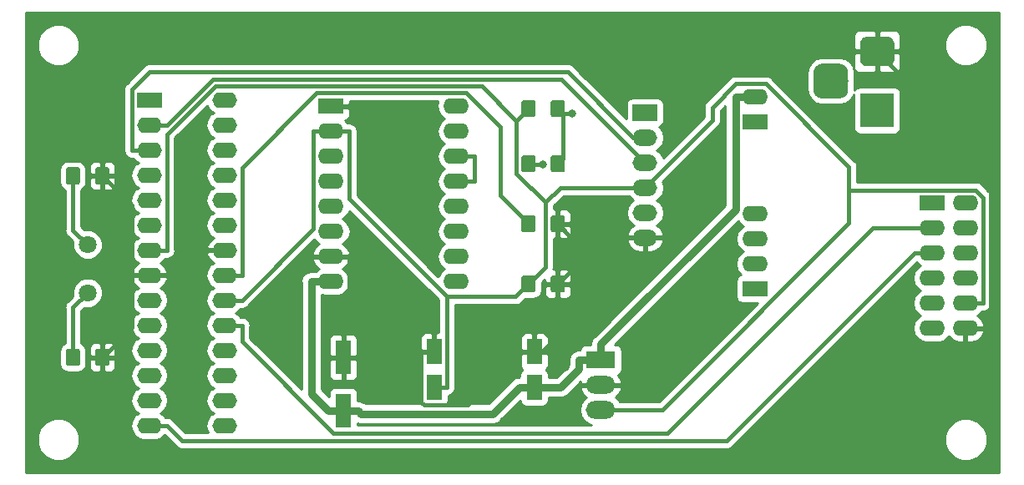
<source format=gbr>
G04 #@! TF.GenerationSoftware,KiCad,Pcbnew,(5.0.1)-rc2*
G04 #@! TF.CreationDate,2020-08-26T14:01:22+08:00*
G04 #@! TF.ProjectId,Peristaltic Pump PCB,506572697374616C7469632050756D70,rev?*
G04 #@! TF.SameCoordinates,PX2ebae40PY9d5b340*
G04 #@! TF.FileFunction,Copper,L1,Top,Signal*
G04 #@! TF.FilePolarity,Positive*
%FSLAX46Y46*%
G04 Gerber Fmt 4.6, Leading zero omitted, Abs format (unit mm)*
G04 Created by KiCad (PCBNEW (5.0.1)-rc2) date 08/26/20 14:01:22*
%MOMM*%
%LPD*%
G01*
G04 APERTURE LIST*
G04 #@! TA.AperFunction,SMDPad,CuDef*
%ADD10R,1.600000X2.600000*%
G04 #@! TD*
G04 #@! TA.AperFunction,Conductor*
%ADD11C,0.100000*%
G04 #@! TD*
G04 #@! TA.AperFunction,SMDPad,CuDef*
%ADD12C,1.425000*%
G04 #@! TD*
G04 #@! TA.AperFunction,ComponentPad*
%ADD13C,1.800000*%
G04 #@! TD*
G04 #@! TA.AperFunction,ComponentPad*
%ADD14R,2.500000X1.700000*%
G04 #@! TD*
G04 #@! TA.AperFunction,ComponentPad*
%ADD15O,2.500000X1.700000*%
G04 #@! TD*
G04 #@! TA.AperFunction,ComponentPad*
%ADD16O,2.500000X1.600000*%
G04 #@! TD*
G04 #@! TA.AperFunction,ComponentPad*
%ADD17R,2.500000X1.600000*%
G04 #@! TD*
G04 #@! TA.AperFunction,ComponentPad*
%ADD18R,3.500000X3.500000*%
G04 #@! TD*
G04 #@! TA.AperFunction,ComponentPad*
%ADD19C,3.000000*%
G04 #@! TD*
G04 #@! TA.AperFunction,ComponentPad*
%ADD20C,3.500000*%
G04 #@! TD*
G04 #@! TA.AperFunction,ComponentPad*
%ADD21R,2.600000X1.600000*%
G04 #@! TD*
G04 #@! TA.AperFunction,ComponentPad*
%ADD22O,2.600000X1.600000*%
G04 #@! TD*
G04 #@! TA.AperFunction,ComponentPad*
%ADD23R,3.000000X1.800000*%
G04 #@! TD*
G04 #@! TA.AperFunction,ComponentPad*
%ADD24O,3.000000X1.800000*%
G04 #@! TD*
G04 #@! TA.AperFunction,SMDPad,CuDef*
%ADD25R,1.600000X3.500000*%
G04 #@! TD*
G04 #@! TA.AperFunction,ViaPad*
%ADD26C,0.800000*%
G04 #@! TD*
G04 #@! TA.AperFunction,Conductor*
%ADD27C,0.400000*%
G04 #@! TD*
G04 #@! TA.AperFunction,Conductor*
%ADD28C,0.800000*%
G04 #@! TD*
G04 #@! TA.AperFunction,Conductor*
%ADD29C,0.254000*%
G04 #@! TD*
G04 APERTURE END LIST*
D10*
G04 #@! TO.P,C7,1*
G04 #@! TO.N,+5V*
X42076000Y9308000D03*
G04 #@! TO.P,C7,2*
G04 #@! TO.N,GND*
X42076000Y12908000D03*
G04 #@! TD*
D11*
G04 #@! TO.N,GND*
G04 #@! TO.C,C1*
G36*
X8949504Y31618796D02*
X8973773Y31615196D01*
X8997571Y31609235D01*
X9020671Y31600970D01*
X9042849Y31590480D01*
X9063893Y31577867D01*
X9083598Y31563253D01*
X9101777Y31546777D01*
X9118253Y31528598D01*
X9132867Y31508893D01*
X9145480Y31487849D01*
X9155970Y31465671D01*
X9164235Y31442571D01*
X9170196Y31418773D01*
X9173796Y31394504D01*
X9175000Y31370000D01*
X9175000Y30120000D01*
X9173796Y30095496D01*
X9170196Y30071227D01*
X9164235Y30047429D01*
X9155970Y30024329D01*
X9145480Y30002151D01*
X9132867Y29981107D01*
X9118253Y29961402D01*
X9101777Y29943223D01*
X9083598Y29926747D01*
X9063893Y29912133D01*
X9042849Y29899520D01*
X9020671Y29889030D01*
X8997571Y29880765D01*
X8973773Y29874804D01*
X8949504Y29871204D01*
X8925000Y29870000D01*
X8000000Y29870000D01*
X7975496Y29871204D01*
X7951227Y29874804D01*
X7927429Y29880765D01*
X7904329Y29889030D01*
X7882151Y29899520D01*
X7861107Y29912133D01*
X7841402Y29926747D01*
X7823223Y29943223D01*
X7806747Y29961402D01*
X7792133Y29981107D01*
X7779520Y30002151D01*
X7769030Y30024329D01*
X7760765Y30047429D01*
X7754804Y30071227D01*
X7751204Y30095496D01*
X7750000Y30120000D01*
X7750000Y31370000D01*
X7751204Y31394504D01*
X7754804Y31418773D01*
X7760765Y31442571D01*
X7769030Y31465671D01*
X7779520Y31487849D01*
X7792133Y31508893D01*
X7806747Y31528598D01*
X7823223Y31546777D01*
X7841402Y31563253D01*
X7861107Y31577867D01*
X7882151Y31590480D01*
X7904329Y31600970D01*
X7927429Y31609235D01*
X7951227Y31615196D01*
X7975496Y31618796D01*
X8000000Y31620000D01*
X8925000Y31620000D01*
X8949504Y31618796D01*
X8949504Y31618796D01*
G37*
D12*
G04 #@! TD*
G04 #@! TO.P,C1,2*
G04 #@! TO.N,GND*
X8462500Y30745000D03*
D11*
G04 #@! TO.N,/XTAL1*
G04 #@! TO.C,C1*
G36*
X5974504Y31618796D02*
X5998773Y31615196D01*
X6022571Y31609235D01*
X6045671Y31600970D01*
X6067849Y31590480D01*
X6088893Y31577867D01*
X6108598Y31563253D01*
X6126777Y31546777D01*
X6143253Y31528598D01*
X6157867Y31508893D01*
X6170480Y31487849D01*
X6180970Y31465671D01*
X6189235Y31442571D01*
X6195196Y31418773D01*
X6198796Y31394504D01*
X6200000Y31370000D01*
X6200000Y30120000D01*
X6198796Y30095496D01*
X6195196Y30071227D01*
X6189235Y30047429D01*
X6180970Y30024329D01*
X6170480Y30002151D01*
X6157867Y29981107D01*
X6143253Y29961402D01*
X6126777Y29943223D01*
X6108598Y29926747D01*
X6088893Y29912133D01*
X6067849Y29899520D01*
X6045671Y29889030D01*
X6022571Y29880765D01*
X5998773Y29874804D01*
X5974504Y29871204D01*
X5950000Y29870000D01*
X5025000Y29870000D01*
X5000496Y29871204D01*
X4976227Y29874804D01*
X4952429Y29880765D01*
X4929329Y29889030D01*
X4907151Y29899520D01*
X4886107Y29912133D01*
X4866402Y29926747D01*
X4848223Y29943223D01*
X4831747Y29961402D01*
X4817133Y29981107D01*
X4804520Y30002151D01*
X4794030Y30024329D01*
X4785765Y30047429D01*
X4779804Y30071227D01*
X4776204Y30095496D01*
X4775000Y30120000D01*
X4775000Y31370000D01*
X4776204Y31394504D01*
X4779804Y31418773D01*
X4785765Y31442571D01*
X4794030Y31465671D01*
X4804520Y31487849D01*
X4817133Y31508893D01*
X4831747Y31528598D01*
X4848223Y31546777D01*
X4866402Y31563253D01*
X4886107Y31577867D01*
X4907151Y31590480D01*
X4929329Y31600970D01*
X4952429Y31609235D01*
X4976227Y31615196D01*
X5000496Y31618796D01*
X5025000Y31620000D01*
X5950000Y31620000D01*
X5974504Y31618796D01*
X5974504Y31618796D01*
G37*
D12*
G04 #@! TD*
G04 #@! TO.P,C1,1*
G04 #@! TO.N,/XTAL1*
X5487500Y30745000D03*
D11*
G04 #@! TO.N,/DTR*
G04 #@! TO.C,C5*
G36*
X52139504Y32841796D02*
X52163773Y32838196D01*
X52187571Y32832235D01*
X52210671Y32823970D01*
X52232849Y32813480D01*
X52253893Y32800867D01*
X52273598Y32786253D01*
X52291777Y32769777D01*
X52308253Y32751598D01*
X52322867Y32731893D01*
X52335480Y32710849D01*
X52345970Y32688671D01*
X52354235Y32665571D01*
X52360196Y32641773D01*
X52363796Y32617504D01*
X52365000Y32593000D01*
X52365000Y31343000D01*
X52363796Y31318496D01*
X52360196Y31294227D01*
X52354235Y31270429D01*
X52345970Y31247329D01*
X52335480Y31225151D01*
X52322867Y31204107D01*
X52308253Y31184402D01*
X52291777Y31166223D01*
X52273598Y31149747D01*
X52253893Y31135133D01*
X52232849Y31122520D01*
X52210671Y31112030D01*
X52187571Y31103765D01*
X52163773Y31097804D01*
X52139504Y31094204D01*
X52115000Y31093000D01*
X51190000Y31093000D01*
X51165496Y31094204D01*
X51141227Y31097804D01*
X51117429Y31103765D01*
X51094329Y31112030D01*
X51072151Y31122520D01*
X51051107Y31135133D01*
X51031402Y31149747D01*
X51013223Y31166223D01*
X50996747Y31184402D01*
X50982133Y31204107D01*
X50969520Y31225151D01*
X50959030Y31247329D01*
X50950765Y31270429D01*
X50944804Y31294227D01*
X50941204Y31318496D01*
X50940000Y31343000D01*
X50940000Y32593000D01*
X50941204Y32617504D01*
X50944804Y32641773D01*
X50950765Y32665571D01*
X50959030Y32688671D01*
X50969520Y32710849D01*
X50982133Y32731893D01*
X50996747Y32751598D01*
X51013223Y32769777D01*
X51031402Y32786253D01*
X51051107Y32800867D01*
X51072151Y32813480D01*
X51094329Y32823970D01*
X51117429Y32832235D01*
X51141227Y32838196D01*
X51165496Y32841796D01*
X51190000Y32843000D01*
X52115000Y32843000D01*
X52139504Y32841796D01*
X52139504Y32841796D01*
G37*
D12*
G04 #@! TD*
G04 #@! TO.P,C5,1*
G04 #@! TO.N,/DTR*
X51652500Y31968000D03*
D11*
G04 #@! TO.N,/RST*
G04 #@! TO.C,C5*
G36*
X55114504Y32841796D02*
X55138773Y32838196D01*
X55162571Y32832235D01*
X55185671Y32823970D01*
X55207849Y32813480D01*
X55228893Y32800867D01*
X55248598Y32786253D01*
X55266777Y32769777D01*
X55283253Y32751598D01*
X55297867Y32731893D01*
X55310480Y32710849D01*
X55320970Y32688671D01*
X55329235Y32665571D01*
X55335196Y32641773D01*
X55338796Y32617504D01*
X55340000Y32593000D01*
X55340000Y31343000D01*
X55338796Y31318496D01*
X55335196Y31294227D01*
X55329235Y31270429D01*
X55320970Y31247329D01*
X55310480Y31225151D01*
X55297867Y31204107D01*
X55283253Y31184402D01*
X55266777Y31166223D01*
X55248598Y31149747D01*
X55228893Y31135133D01*
X55207849Y31122520D01*
X55185671Y31112030D01*
X55162571Y31103765D01*
X55138773Y31097804D01*
X55114504Y31094204D01*
X55090000Y31093000D01*
X54165000Y31093000D01*
X54140496Y31094204D01*
X54116227Y31097804D01*
X54092429Y31103765D01*
X54069329Y31112030D01*
X54047151Y31122520D01*
X54026107Y31135133D01*
X54006402Y31149747D01*
X53988223Y31166223D01*
X53971747Y31184402D01*
X53957133Y31204107D01*
X53944520Y31225151D01*
X53934030Y31247329D01*
X53925765Y31270429D01*
X53919804Y31294227D01*
X53916204Y31318496D01*
X53915000Y31343000D01*
X53915000Y32593000D01*
X53916204Y32617504D01*
X53919804Y32641773D01*
X53925765Y32665571D01*
X53934030Y32688671D01*
X53944520Y32710849D01*
X53957133Y32731893D01*
X53971747Y32751598D01*
X53988223Y32769777D01*
X54006402Y32786253D01*
X54026107Y32800867D01*
X54047151Y32813480D01*
X54069329Y32823970D01*
X54092429Y32832235D01*
X54116227Y32838196D01*
X54140496Y32841796D01*
X54165000Y32843000D01*
X55090000Y32843000D01*
X55114504Y32841796D01*
X55114504Y32841796D01*
G37*
D12*
G04 #@! TD*
G04 #@! TO.P,C5,2*
G04 #@! TO.N,/RST*
X54627500Y31968000D03*
D10*
G04 #@! TO.P,C6,2*
G04 #@! TO.N,GND*
X52236000Y12908000D03*
G04 #@! TO.P,C6,1*
G04 #@! TO.N,+12V*
X52236000Y9308000D03*
G04 #@! TD*
D11*
G04 #@! TO.N,+5V*
G04 #@! TO.C,C2*
G36*
X52139504Y20649796D02*
X52163773Y20646196D01*
X52187571Y20640235D01*
X52210671Y20631970D01*
X52232849Y20621480D01*
X52253893Y20608867D01*
X52273598Y20594253D01*
X52291777Y20577777D01*
X52308253Y20559598D01*
X52322867Y20539893D01*
X52335480Y20518849D01*
X52345970Y20496671D01*
X52354235Y20473571D01*
X52360196Y20449773D01*
X52363796Y20425504D01*
X52365000Y20401000D01*
X52365000Y19151000D01*
X52363796Y19126496D01*
X52360196Y19102227D01*
X52354235Y19078429D01*
X52345970Y19055329D01*
X52335480Y19033151D01*
X52322867Y19012107D01*
X52308253Y18992402D01*
X52291777Y18974223D01*
X52273598Y18957747D01*
X52253893Y18943133D01*
X52232849Y18930520D01*
X52210671Y18920030D01*
X52187571Y18911765D01*
X52163773Y18905804D01*
X52139504Y18902204D01*
X52115000Y18901000D01*
X51190000Y18901000D01*
X51165496Y18902204D01*
X51141227Y18905804D01*
X51117429Y18911765D01*
X51094329Y18920030D01*
X51072151Y18930520D01*
X51051107Y18943133D01*
X51031402Y18957747D01*
X51013223Y18974223D01*
X50996747Y18992402D01*
X50982133Y19012107D01*
X50969520Y19033151D01*
X50959030Y19055329D01*
X50950765Y19078429D01*
X50944804Y19102227D01*
X50941204Y19126496D01*
X50940000Y19151000D01*
X50940000Y20401000D01*
X50941204Y20425504D01*
X50944804Y20449773D01*
X50950765Y20473571D01*
X50959030Y20496671D01*
X50969520Y20518849D01*
X50982133Y20539893D01*
X50996747Y20559598D01*
X51013223Y20577777D01*
X51031402Y20594253D01*
X51051107Y20608867D01*
X51072151Y20621480D01*
X51094329Y20631970D01*
X51117429Y20640235D01*
X51141227Y20646196D01*
X51165496Y20649796D01*
X51190000Y20651000D01*
X52115000Y20651000D01*
X52139504Y20649796D01*
X52139504Y20649796D01*
G37*
D12*
G04 #@! TD*
G04 #@! TO.P,C2,1*
G04 #@! TO.N,+5V*
X51652500Y19776000D03*
D11*
G04 #@! TO.N,GND*
G04 #@! TO.C,C2*
G36*
X55114504Y20649796D02*
X55138773Y20646196D01*
X55162571Y20640235D01*
X55185671Y20631970D01*
X55207849Y20621480D01*
X55228893Y20608867D01*
X55248598Y20594253D01*
X55266777Y20577777D01*
X55283253Y20559598D01*
X55297867Y20539893D01*
X55310480Y20518849D01*
X55320970Y20496671D01*
X55329235Y20473571D01*
X55335196Y20449773D01*
X55338796Y20425504D01*
X55340000Y20401000D01*
X55340000Y19151000D01*
X55338796Y19126496D01*
X55335196Y19102227D01*
X55329235Y19078429D01*
X55320970Y19055329D01*
X55310480Y19033151D01*
X55297867Y19012107D01*
X55283253Y18992402D01*
X55266777Y18974223D01*
X55248598Y18957747D01*
X55228893Y18943133D01*
X55207849Y18930520D01*
X55185671Y18920030D01*
X55162571Y18911765D01*
X55138773Y18905804D01*
X55114504Y18902204D01*
X55090000Y18901000D01*
X54165000Y18901000D01*
X54140496Y18902204D01*
X54116227Y18905804D01*
X54092429Y18911765D01*
X54069329Y18920030D01*
X54047151Y18930520D01*
X54026107Y18943133D01*
X54006402Y18957747D01*
X53988223Y18974223D01*
X53971747Y18992402D01*
X53957133Y19012107D01*
X53944520Y19033151D01*
X53934030Y19055329D01*
X53925765Y19078429D01*
X53919804Y19102227D01*
X53916204Y19126496D01*
X53915000Y19151000D01*
X53915000Y20401000D01*
X53916204Y20425504D01*
X53919804Y20449773D01*
X53925765Y20473571D01*
X53934030Y20496671D01*
X53944520Y20518849D01*
X53957133Y20539893D01*
X53971747Y20559598D01*
X53988223Y20577777D01*
X54006402Y20594253D01*
X54026107Y20608867D01*
X54047151Y20621480D01*
X54069329Y20631970D01*
X54092429Y20640235D01*
X54116227Y20646196D01*
X54140496Y20649796D01*
X54165000Y20651000D01*
X55090000Y20651000D01*
X55114504Y20649796D01*
X55114504Y20649796D01*
G37*
D12*
G04 #@! TD*
G04 #@! TO.P,C2,2*
G04 #@! TO.N,GND*
X54627500Y19776000D03*
D13*
G04 #@! TO.P,Y1,1*
G04 #@! TO.N,/XTAL1*
X6975000Y23760000D03*
G04 #@! TO.P,Y1,2*
G04 #@! TO.N,/XTAL2*
X6975000Y18880000D03*
G04 #@! TD*
D14*
G04 #@! TO.P,J1,1*
G04 #@! TO.N,/DTR*
X63475000Y37175000D03*
D15*
G04 #@! TO.P,J1,2*
G04 #@! TO.N,/TXD*
X63475000Y34635000D03*
G04 #@! TO.P,J1,3*
G04 #@! TO.N,/RXD*
X63475000Y32095000D03*
G04 #@! TO.P,J1,4*
G04 #@! TO.N,+5V*
X63475000Y29555000D03*
G04 #@! TO.P,J1,5*
G04 #@! TO.N,N/C*
X63475000Y27015000D03*
G04 #@! TO.P,J1,6*
G04 #@! TO.N,GND*
X63475000Y24475000D03*
G04 #@! TD*
D16*
G04 #@! TO.P,U1,28*
G04 #@! TO.N,N/C*
X20850000Y38445000D03*
G04 #@! TO.P,U1,14*
G04 #@! TO.N,/D8*
X13230000Y5425000D03*
G04 #@! TO.P,U1,27*
G04 #@! TO.N,N/C*
X20850000Y35905000D03*
G04 #@! TO.P,U1,13*
G04 #@! TO.N,/D7*
X13230000Y7965000D03*
G04 #@! TO.P,U1,26*
G04 #@! TO.N,N/C*
X20850000Y33365000D03*
G04 #@! TO.P,U1,12*
G04 #@! TO.N,/D6*
X13230000Y10505000D03*
G04 #@! TO.P,U1,25*
G04 #@! TO.N,N/C*
X20850000Y30825000D03*
G04 #@! TO.P,U1,11*
X13230000Y13045000D03*
G04 #@! TO.P,U1,24*
X20850000Y28285000D03*
G04 #@! TO.P,U1,10*
G04 #@! TO.N,/XTAL2*
X13230000Y15585000D03*
G04 #@! TO.P,U1,23*
G04 #@! TO.N,N/C*
X20850000Y25745000D03*
G04 #@! TO.P,U1,9*
G04 #@! TO.N,/XTAL1*
X13230000Y18125000D03*
G04 #@! TO.P,U1,22*
G04 #@! TO.N,GND*
X20850000Y23205000D03*
G04 #@! TO.P,U1,8*
X13230000Y20665000D03*
G04 #@! TO.P,U1,21*
G04 #@! TO.N,Net-(C3-Pad1)*
X20850000Y20665000D03*
G04 #@! TO.P,U1,7*
G04 #@! TO.N,+5V*
X13230000Y23205000D03*
G04 #@! TO.P,U1,20*
X20850000Y18125000D03*
G04 #@! TO.P,U1,6*
G04 #@! TO.N,/D4*
X13230000Y25745000D03*
G04 #@! TO.P,U1,19*
G04 #@! TO.N,/D13*
X20850000Y15585000D03*
G04 #@! TO.P,U1,5*
G04 #@! TO.N,/D3*
X13230000Y28285000D03*
G04 #@! TO.P,U1,18*
G04 #@! TO.N,/D12*
X20850000Y13045000D03*
G04 #@! TO.P,U1,4*
G04 #@! TO.N,/D2*
X13230000Y30825000D03*
G04 #@! TO.P,U1,17*
G04 #@! TO.N,/D11*
X20850000Y10505000D03*
G04 #@! TO.P,U1,3*
G04 #@! TO.N,/TXD*
X13230000Y33365000D03*
G04 #@! TO.P,U1,16*
G04 #@! TO.N,/D10*
X20850000Y7965000D03*
G04 #@! TO.P,U1,2*
G04 #@! TO.N,/RXD*
X13230000Y35905000D03*
G04 #@! TO.P,U1,15*
G04 #@! TO.N,/D9*
X20850000Y5425000D03*
D17*
G04 #@! TO.P,U1,1*
G04 #@! TO.N,/RST*
X13230000Y38445000D03*
G04 #@! TD*
D11*
G04 #@! TO.N,/RST*
G04 #@! TO.C,R1*
G36*
X55114504Y38429796D02*
X55138773Y38426196D01*
X55162571Y38420235D01*
X55185671Y38411970D01*
X55207849Y38401480D01*
X55228893Y38388867D01*
X55248598Y38374253D01*
X55266777Y38357777D01*
X55283253Y38339598D01*
X55297867Y38319893D01*
X55310480Y38298849D01*
X55320970Y38276671D01*
X55329235Y38253571D01*
X55335196Y38229773D01*
X55338796Y38205504D01*
X55340000Y38181000D01*
X55340000Y36931000D01*
X55338796Y36906496D01*
X55335196Y36882227D01*
X55329235Y36858429D01*
X55320970Y36835329D01*
X55310480Y36813151D01*
X55297867Y36792107D01*
X55283253Y36772402D01*
X55266777Y36754223D01*
X55248598Y36737747D01*
X55228893Y36723133D01*
X55207849Y36710520D01*
X55185671Y36700030D01*
X55162571Y36691765D01*
X55138773Y36685804D01*
X55114504Y36682204D01*
X55090000Y36681000D01*
X54165000Y36681000D01*
X54140496Y36682204D01*
X54116227Y36685804D01*
X54092429Y36691765D01*
X54069329Y36700030D01*
X54047151Y36710520D01*
X54026107Y36723133D01*
X54006402Y36737747D01*
X53988223Y36754223D01*
X53971747Y36772402D01*
X53957133Y36792107D01*
X53944520Y36813151D01*
X53934030Y36835329D01*
X53925765Y36858429D01*
X53919804Y36882227D01*
X53916204Y36906496D01*
X53915000Y36931000D01*
X53915000Y38181000D01*
X53916204Y38205504D01*
X53919804Y38229773D01*
X53925765Y38253571D01*
X53934030Y38276671D01*
X53944520Y38298849D01*
X53957133Y38319893D01*
X53971747Y38339598D01*
X53988223Y38357777D01*
X54006402Y38374253D01*
X54026107Y38388867D01*
X54047151Y38401480D01*
X54069329Y38411970D01*
X54092429Y38420235D01*
X54116227Y38426196D01*
X54140496Y38429796D01*
X54165000Y38431000D01*
X55090000Y38431000D01*
X55114504Y38429796D01*
X55114504Y38429796D01*
G37*
D12*
G04 #@! TD*
G04 #@! TO.P,R1,2*
G04 #@! TO.N,/RST*
X54627500Y37556000D03*
D11*
G04 #@! TO.N,+5V*
G04 #@! TO.C,R1*
G36*
X52139504Y38429796D02*
X52163773Y38426196D01*
X52187571Y38420235D01*
X52210671Y38411970D01*
X52232849Y38401480D01*
X52253893Y38388867D01*
X52273598Y38374253D01*
X52291777Y38357777D01*
X52308253Y38339598D01*
X52322867Y38319893D01*
X52335480Y38298849D01*
X52345970Y38276671D01*
X52354235Y38253571D01*
X52360196Y38229773D01*
X52363796Y38205504D01*
X52365000Y38181000D01*
X52365000Y36931000D01*
X52363796Y36906496D01*
X52360196Y36882227D01*
X52354235Y36858429D01*
X52345970Y36835329D01*
X52335480Y36813151D01*
X52322867Y36792107D01*
X52308253Y36772402D01*
X52291777Y36754223D01*
X52273598Y36737747D01*
X52253893Y36723133D01*
X52232849Y36710520D01*
X52210671Y36700030D01*
X52187571Y36691765D01*
X52163773Y36685804D01*
X52139504Y36682204D01*
X52115000Y36681000D01*
X51190000Y36681000D01*
X51165496Y36682204D01*
X51141227Y36685804D01*
X51117429Y36691765D01*
X51094329Y36700030D01*
X51072151Y36710520D01*
X51051107Y36723133D01*
X51031402Y36737747D01*
X51013223Y36754223D01*
X50996747Y36772402D01*
X50982133Y36792107D01*
X50969520Y36813151D01*
X50959030Y36835329D01*
X50950765Y36858429D01*
X50944804Y36882227D01*
X50941204Y36906496D01*
X50940000Y36931000D01*
X50940000Y38181000D01*
X50941204Y38205504D01*
X50944804Y38229773D01*
X50950765Y38253571D01*
X50959030Y38276671D01*
X50969520Y38298849D01*
X50982133Y38319893D01*
X50996747Y38339598D01*
X51013223Y38357777D01*
X51031402Y38374253D01*
X51051107Y38388867D01*
X51072151Y38401480D01*
X51094329Y38411970D01*
X51117429Y38420235D01*
X51141227Y38426196D01*
X51165496Y38429796D01*
X51190000Y38431000D01*
X52115000Y38431000D01*
X52139504Y38429796D01*
X52139504Y38429796D01*
G37*
D12*
G04 #@! TD*
G04 #@! TO.P,R1,1*
G04 #@! TO.N,+5V*
X51652500Y37556000D03*
D18*
G04 #@! TO.P,J3,1*
G04 #@! TO.N,/POWER_SWITCH*
X87000000Y37365000D03*
D11*
G04 #@! TD*
G04 #@! TO.N,GND*
G04 #@! TO.C,J3*
G36*
X88073513Y44861389D02*
X88146318Y44850589D01*
X88217714Y44832705D01*
X88287013Y44807910D01*
X88353548Y44776441D01*
X88416678Y44738602D01*
X88475795Y44694758D01*
X88530330Y44645330D01*
X88579758Y44590795D01*
X88623602Y44531678D01*
X88661441Y44468548D01*
X88692910Y44402013D01*
X88717705Y44332714D01*
X88735589Y44261318D01*
X88746389Y44188513D01*
X88750000Y44115000D01*
X88750000Y42615000D01*
X88746389Y42541487D01*
X88735589Y42468682D01*
X88717705Y42397286D01*
X88692910Y42327987D01*
X88661441Y42261452D01*
X88623602Y42198322D01*
X88579758Y42139205D01*
X88530330Y42084670D01*
X88475795Y42035242D01*
X88416678Y41991398D01*
X88353548Y41953559D01*
X88287013Y41922090D01*
X88217714Y41897295D01*
X88146318Y41879411D01*
X88073513Y41868611D01*
X88000000Y41865000D01*
X86000000Y41865000D01*
X85926487Y41868611D01*
X85853682Y41879411D01*
X85782286Y41897295D01*
X85712987Y41922090D01*
X85646452Y41953559D01*
X85583322Y41991398D01*
X85524205Y42035242D01*
X85469670Y42084670D01*
X85420242Y42139205D01*
X85376398Y42198322D01*
X85338559Y42261452D01*
X85307090Y42327987D01*
X85282295Y42397286D01*
X85264411Y42468682D01*
X85253611Y42541487D01*
X85250000Y42615000D01*
X85250000Y44115000D01*
X85253611Y44188513D01*
X85264411Y44261318D01*
X85282295Y44332714D01*
X85307090Y44402013D01*
X85338559Y44468548D01*
X85376398Y44531678D01*
X85420242Y44590795D01*
X85469670Y44645330D01*
X85524205Y44694758D01*
X85583322Y44738602D01*
X85646452Y44776441D01*
X85712987Y44807910D01*
X85782286Y44832705D01*
X85853682Y44850589D01*
X85926487Y44861389D01*
X86000000Y44865000D01*
X88000000Y44865000D01*
X88073513Y44861389D01*
X88073513Y44861389D01*
G37*
D19*
G04 #@! TO.P,J3,2*
G04 #@! TO.N,GND*
X87000000Y43365000D03*
D11*
G04 #@! TD*
G04 #@! TO.N,N/C*
G04 #@! TO.C,J3*
G36*
X83260765Y42110787D02*
X83345704Y42098187D01*
X83428999Y42077323D01*
X83509848Y42048395D01*
X83587472Y42011681D01*
X83661124Y41967536D01*
X83730094Y41916384D01*
X83793718Y41858718D01*
X83851384Y41795094D01*
X83902536Y41726124D01*
X83946681Y41652472D01*
X83983395Y41574848D01*
X84012323Y41493999D01*
X84033187Y41410704D01*
X84045787Y41325765D01*
X84050000Y41240000D01*
X84050000Y39490000D01*
X84045787Y39404235D01*
X84033187Y39319296D01*
X84012323Y39236001D01*
X83983395Y39155152D01*
X83946681Y39077528D01*
X83902536Y39003876D01*
X83851384Y38934906D01*
X83793718Y38871282D01*
X83730094Y38813616D01*
X83661124Y38762464D01*
X83587472Y38718319D01*
X83509848Y38681605D01*
X83428999Y38652677D01*
X83345704Y38631813D01*
X83260765Y38619213D01*
X83175000Y38615000D01*
X81425000Y38615000D01*
X81339235Y38619213D01*
X81254296Y38631813D01*
X81171001Y38652677D01*
X81090152Y38681605D01*
X81012528Y38718319D01*
X80938876Y38762464D01*
X80869906Y38813616D01*
X80806282Y38871282D01*
X80748616Y38934906D01*
X80697464Y39003876D01*
X80653319Y39077528D01*
X80616605Y39155152D01*
X80587677Y39236001D01*
X80566813Y39319296D01*
X80554213Y39404235D01*
X80550000Y39490000D01*
X80550000Y41240000D01*
X80554213Y41325765D01*
X80566813Y41410704D01*
X80587677Y41493999D01*
X80616605Y41574848D01*
X80653319Y41652472D01*
X80697464Y41726124D01*
X80748616Y41795094D01*
X80806282Y41858718D01*
X80869906Y41916384D01*
X80938876Y41967536D01*
X81012528Y42011681D01*
X81090152Y42048395D01*
X81171001Y42077323D01*
X81254296Y42098187D01*
X81339235Y42110787D01*
X81425000Y42115000D01*
X83175000Y42115000D01*
X83260765Y42110787D01*
X83260765Y42110787D01*
G37*
D20*
G04 #@! TO.P,J3,3*
G04 #@! TO.N,N/C*
X82300000Y40365000D03*
G04 #@! TD*
D11*
G04 #@! TO.N,GND*
G04 #@! TO.C,C3*
G36*
X55114504Y26745796D02*
X55138773Y26742196D01*
X55162571Y26736235D01*
X55185671Y26727970D01*
X55207849Y26717480D01*
X55228893Y26704867D01*
X55248598Y26690253D01*
X55266777Y26673777D01*
X55283253Y26655598D01*
X55297867Y26635893D01*
X55310480Y26614849D01*
X55320970Y26592671D01*
X55329235Y26569571D01*
X55335196Y26545773D01*
X55338796Y26521504D01*
X55340000Y26497000D01*
X55340000Y25247000D01*
X55338796Y25222496D01*
X55335196Y25198227D01*
X55329235Y25174429D01*
X55320970Y25151329D01*
X55310480Y25129151D01*
X55297867Y25108107D01*
X55283253Y25088402D01*
X55266777Y25070223D01*
X55248598Y25053747D01*
X55228893Y25039133D01*
X55207849Y25026520D01*
X55185671Y25016030D01*
X55162571Y25007765D01*
X55138773Y25001804D01*
X55114504Y24998204D01*
X55090000Y24997000D01*
X54165000Y24997000D01*
X54140496Y24998204D01*
X54116227Y25001804D01*
X54092429Y25007765D01*
X54069329Y25016030D01*
X54047151Y25026520D01*
X54026107Y25039133D01*
X54006402Y25053747D01*
X53988223Y25070223D01*
X53971747Y25088402D01*
X53957133Y25108107D01*
X53944520Y25129151D01*
X53934030Y25151329D01*
X53925765Y25174429D01*
X53919804Y25198227D01*
X53916204Y25222496D01*
X53915000Y25247000D01*
X53915000Y26497000D01*
X53916204Y26521504D01*
X53919804Y26545773D01*
X53925765Y26569571D01*
X53934030Y26592671D01*
X53944520Y26614849D01*
X53957133Y26635893D01*
X53971747Y26655598D01*
X53988223Y26673777D01*
X54006402Y26690253D01*
X54026107Y26704867D01*
X54047151Y26717480D01*
X54069329Y26727970D01*
X54092429Y26736235D01*
X54116227Y26742196D01*
X54140496Y26745796D01*
X54165000Y26747000D01*
X55090000Y26747000D01*
X55114504Y26745796D01*
X55114504Y26745796D01*
G37*
D12*
G04 #@! TD*
G04 #@! TO.P,C3,2*
G04 #@! TO.N,GND*
X54627500Y25872000D03*
D11*
G04 #@! TO.N,Net-(C3-Pad1)*
G04 #@! TO.C,C3*
G36*
X52139504Y26745796D02*
X52163773Y26742196D01*
X52187571Y26736235D01*
X52210671Y26727970D01*
X52232849Y26717480D01*
X52253893Y26704867D01*
X52273598Y26690253D01*
X52291777Y26673777D01*
X52308253Y26655598D01*
X52322867Y26635893D01*
X52335480Y26614849D01*
X52345970Y26592671D01*
X52354235Y26569571D01*
X52360196Y26545773D01*
X52363796Y26521504D01*
X52365000Y26497000D01*
X52365000Y25247000D01*
X52363796Y25222496D01*
X52360196Y25198227D01*
X52354235Y25174429D01*
X52345970Y25151329D01*
X52335480Y25129151D01*
X52322867Y25108107D01*
X52308253Y25088402D01*
X52291777Y25070223D01*
X52273598Y25053747D01*
X52253893Y25039133D01*
X52232849Y25026520D01*
X52210671Y25016030D01*
X52187571Y25007765D01*
X52163773Y25001804D01*
X52139504Y24998204D01*
X52115000Y24997000D01*
X51190000Y24997000D01*
X51165496Y24998204D01*
X51141227Y25001804D01*
X51117429Y25007765D01*
X51094329Y25016030D01*
X51072151Y25026520D01*
X51051107Y25039133D01*
X51031402Y25053747D01*
X51013223Y25070223D01*
X50996747Y25088402D01*
X50982133Y25108107D01*
X50969520Y25129151D01*
X50959030Y25151329D01*
X50950765Y25174429D01*
X50944804Y25198227D01*
X50941204Y25222496D01*
X50940000Y25247000D01*
X50940000Y26497000D01*
X50941204Y26521504D01*
X50944804Y26545773D01*
X50950765Y26569571D01*
X50959030Y26592671D01*
X50969520Y26614849D01*
X50982133Y26635893D01*
X50996747Y26655598D01*
X51013223Y26673777D01*
X51031402Y26690253D01*
X51051107Y26704867D01*
X51072151Y26717480D01*
X51094329Y26727970D01*
X51117429Y26736235D01*
X51141227Y26742196D01*
X51165496Y26745796D01*
X51190000Y26747000D01*
X52115000Y26747000D01*
X52139504Y26745796D01*
X52139504Y26745796D01*
G37*
D12*
G04 #@! TD*
G04 #@! TO.P,C3,1*
G04 #@! TO.N,Net-(C3-Pad1)*
X51652500Y25872000D03*
D21*
G04 #@! TO.P,J4,1*
G04 #@! TO.N,Net-(A1-Pad3)*
X74636000Y19285000D03*
D22*
G04 #@! TO.P,J4,2*
G04 #@! TO.N,Net-(A1-Pad4)*
X74636000Y21825000D03*
G04 #@! TO.P,J4,3*
G04 #@! TO.N,Net-(A1-Pad5)*
X74636000Y24365000D03*
G04 #@! TO.P,J4,4*
G04 #@! TO.N,Net-(A1-Pad6)*
X74636000Y26905000D03*
G04 #@! TD*
G04 #@! TO.P,J5,12*
G04 #@! TO.N,GND*
X95940000Y15300000D03*
G04 #@! TO.P,J5,11*
G04 #@! TO.N,/D11*
X92600000Y15300000D03*
G04 #@! TO.P,J5,10*
G04 #@! TO.N,+5V*
X95940000Y17840000D03*
G04 #@! TO.P,J5,9*
G04 #@! TO.N,/D10*
X92600000Y17840000D03*
G04 #@! TO.P,J5,8*
G04 #@! TO.N,/D4*
X95940000Y20380000D03*
G04 #@! TO.P,J5,7*
G04 #@! TO.N,/D9*
X92600000Y20380000D03*
G04 #@! TO.P,J5,6*
G04 #@! TO.N,/D3*
X95940000Y22920000D03*
G04 #@! TO.P,J5,5*
G04 #@! TO.N,/D8*
X92600000Y22920000D03*
G04 #@! TO.P,J5,4*
G04 #@! TO.N,/D2*
X95940000Y25460000D03*
G04 #@! TO.P,J5,3*
G04 #@! TO.N,/D13*
X92600000Y25460000D03*
G04 #@! TO.P,J5,2*
G04 #@! TO.N,/RST*
X95940000Y28000000D03*
D21*
G04 #@! TO.P,J5,1*
G04 #@! TO.N,/D12*
X92600000Y28000000D03*
G04 #@! TD*
D23*
G04 #@! TO.P,U2,1*
G04 #@! TO.N,+12V*
X59000000Y12080000D03*
D24*
G04 #@! TO.P,U2,2*
G04 #@! TO.N,GND*
X59000000Y9540000D03*
G04 #@! TO.P,U2,3*
G04 #@! TO.N,+5V*
X59000000Y7000000D03*
G04 #@! TD*
D25*
G04 #@! TO.P,C8,1*
G04 #@! TO.N,GND*
X32884000Y12316000D03*
G04 #@! TO.P,C8,2*
G04 #@! TO.N,+12V*
X32884000Y6916000D03*
G04 #@! TD*
D21*
G04 #@! TO.P,A1,1*
G04 #@! TO.N,GND*
X31645000Y37810000D03*
D22*
G04 #@! TO.P,A1,9*
G04 #@! TO.N,N/C*
X44345000Y20030000D03*
G04 #@! TO.P,A1,2*
G04 #@! TO.N,+5V*
X31645000Y35270000D03*
G04 #@! TO.P,A1,10*
G04 #@! TO.N,N/C*
X44345000Y22570000D03*
G04 #@! TO.P,A1,3*
G04 #@! TO.N,Net-(A1-Pad3)*
X31645000Y32730000D03*
G04 #@! TO.P,A1,11*
G04 #@! TO.N,N/C*
X44345000Y25110000D03*
G04 #@! TO.P,A1,4*
G04 #@! TO.N,Net-(A1-Pad4)*
X31645000Y30190000D03*
G04 #@! TO.P,A1,12*
G04 #@! TO.N,N/C*
X44345000Y27650000D03*
G04 #@! TO.P,A1,5*
G04 #@! TO.N,Net-(A1-Pad5)*
X31645000Y27650000D03*
G04 #@! TO.P,A1,13*
G04 #@! TO.N,Net-(A1-Pad13)*
X44345000Y30190000D03*
G04 #@! TO.P,A1,6*
G04 #@! TO.N,Net-(A1-Pad6)*
X31645000Y25110000D03*
G04 #@! TO.P,A1,14*
G04 #@! TO.N,Net-(A1-Pad13)*
X44345000Y32730000D03*
G04 #@! TO.P,A1,7*
G04 #@! TO.N,GND*
X31645000Y22570000D03*
G04 #@! TO.P,A1,15*
G04 #@! TO.N,/D7*
X44345000Y35270000D03*
G04 #@! TO.P,A1,8*
G04 #@! TO.N,+12V*
X31645000Y20030000D03*
G04 #@! TO.P,A1,16*
G04 #@! TO.N,/D6*
X44345000Y37810000D03*
G04 #@! TD*
D11*
G04 #@! TO.N,/XTAL2*
G04 #@! TO.C,C4*
G36*
X5974504Y13203796D02*
X5998773Y13200196D01*
X6022571Y13194235D01*
X6045671Y13185970D01*
X6067849Y13175480D01*
X6088893Y13162867D01*
X6108598Y13148253D01*
X6126777Y13131777D01*
X6143253Y13113598D01*
X6157867Y13093893D01*
X6170480Y13072849D01*
X6180970Y13050671D01*
X6189235Y13027571D01*
X6195196Y13003773D01*
X6198796Y12979504D01*
X6200000Y12955000D01*
X6200000Y11705000D01*
X6198796Y11680496D01*
X6195196Y11656227D01*
X6189235Y11632429D01*
X6180970Y11609329D01*
X6170480Y11587151D01*
X6157867Y11566107D01*
X6143253Y11546402D01*
X6126777Y11528223D01*
X6108598Y11511747D01*
X6088893Y11497133D01*
X6067849Y11484520D01*
X6045671Y11474030D01*
X6022571Y11465765D01*
X5998773Y11459804D01*
X5974504Y11456204D01*
X5950000Y11455000D01*
X5025000Y11455000D01*
X5000496Y11456204D01*
X4976227Y11459804D01*
X4952429Y11465765D01*
X4929329Y11474030D01*
X4907151Y11484520D01*
X4886107Y11497133D01*
X4866402Y11511747D01*
X4848223Y11528223D01*
X4831747Y11546402D01*
X4817133Y11566107D01*
X4804520Y11587151D01*
X4794030Y11609329D01*
X4785765Y11632429D01*
X4779804Y11656227D01*
X4776204Y11680496D01*
X4775000Y11705000D01*
X4775000Y12955000D01*
X4776204Y12979504D01*
X4779804Y13003773D01*
X4785765Y13027571D01*
X4794030Y13050671D01*
X4804520Y13072849D01*
X4817133Y13093893D01*
X4831747Y13113598D01*
X4848223Y13131777D01*
X4866402Y13148253D01*
X4886107Y13162867D01*
X4907151Y13175480D01*
X4929329Y13185970D01*
X4952429Y13194235D01*
X4976227Y13200196D01*
X5000496Y13203796D01*
X5025000Y13205000D01*
X5950000Y13205000D01*
X5974504Y13203796D01*
X5974504Y13203796D01*
G37*
D12*
G04 #@! TD*
G04 #@! TO.P,C4,1*
G04 #@! TO.N,/XTAL2*
X5487500Y12330000D03*
D11*
G04 #@! TO.N,GND*
G04 #@! TO.C,C4*
G36*
X8949504Y13203796D02*
X8973773Y13200196D01*
X8997571Y13194235D01*
X9020671Y13185970D01*
X9042849Y13175480D01*
X9063893Y13162867D01*
X9083598Y13148253D01*
X9101777Y13131777D01*
X9118253Y13113598D01*
X9132867Y13093893D01*
X9145480Y13072849D01*
X9155970Y13050671D01*
X9164235Y13027571D01*
X9170196Y13003773D01*
X9173796Y12979504D01*
X9175000Y12955000D01*
X9175000Y11705000D01*
X9173796Y11680496D01*
X9170196Y11656227D01*
X9164235Y11632429D01*
X9155970Y11609329D01*
X9145480Y11587151D01*
X9132867Y11566107D01*
X9118253Y11546402D01*
X9101777Y11528223D01*
X9083598Y11511747D01*
X9063893Y11497133D01*
X9042849Y11484520D01*
X9020671Y11474030D01*
X8997571Y11465765D01*
X8973773Y11459804D01*
X8949504Y11456204D01*
X8925000Y11455000D01*
X8000000Y11455000D01*
X7975496Y11456204D01*
X7951227Y11459804D01*
X7927429Y11465765D01*
X7904329Y11474030D01*
X7882151Y11484520D01*
X7861107Y11497133D01*
X7841402Y11511747D01*
X7823223Y11528223D01*
X7806747Y11546402D01*
X7792133Y11566107D01*
X7779520Y11587151D01*
X7769030Y11609329D01*
X7760765Y11632429D01*
X7754804Y11656227D01*
X7751204Y11680496D01*
X7750000Y11705000D01*
X7750000Y12955000D01*
X7751204Y12979504D01*
X7754804Y13003773D01*
X7760765Y13027571D01*
X7769030Y13050671D01*
X7779520Y13072849D01*
X7792133Y13093893D01*
X7806747Y13113598D01*
X7823223Y13131777D01*
X7841402Y13148253D01*
X7861107Y13162867D01*
X7882151Y13175480D01*
X7904329Y13185970D01*
X7927429Y13194235D01*
X7951227Y13200196D01*
X7975496Y13203796D01*
X8000000Y13205000D01*
X8925000Y13205000D01*
X8949504Y13203796D01*
X8949504Y13203796D01*
G37*
D12*
G04 #@! TD*
G04 #@! TO.P,C4,2*
G04 #@! TO.N,GND*
X8462500Y12330000D03*
D21*
G04 #@! TO.P,J2,1*
G04 #@! TO.N,/POWER_SWITCH*
X74636000Y36220000D03*
D22*
G04 #@! TO.P,J2,2*
G04 #@! TO.N,+12V*
X74636000Y38760000D03*
G04 #@! TD*
D26*
G04 #@! TO.N,GND*
X55431600Y11357200D03*
G04 #@! TO.N,/DTR*
X53110300Y31937500D03*
G04 #@! TO.N,/RST*
X56106400Y37032800D03*
G04 #@! TD*
D27*
G04 #@! TO.N,GND*
X8462500Y30745000D02*
X11479700Y27727800D01*
X95540000Y15300000D02*
X97740300Y15300000D01*
X41066500Y7507700D02*
X40775700Y7798500D01*
X97740300Y15300000D02*
X98461100Y16020800D01*
X52236000Y12908000D02*
X50935700Y12908000D01*
X33445300Y22570000D02*
X33445300Y15127600D01*
X32884000Y12316000D02*
X32884000Y14566300D01*
X34776300Y12908000D02*
X34184300Y12316000D01*
X53026200Y12908000D02*
X53536300Y12908000D01*
X54627500Y14509300D02*
X54627500Y19776000D01*
X42076000Y12908000D02*
X40775700Y12908000D01*
X20850000Y23205000D02*
X19099700Y23205000D01*
X52631100Y12908000D02*
X52236000Y12908000D01*
X53536300Y12908000D02*
X55087100Y11357200D01*
X31645000Y22570000D02*
X33445300Y22570000D01*
X53026200Y12908000D02*
X54627500Y14509300D01*
X98461100Y16020800D02*
X98461100Y31903900D01*
X55087100Y11357200D02*
X55431600Y11357200D01*
X98461100Y31903900D02*
X87000000Y43365000D01*
X50935700Y12908000D02*
X45535400Y7507700D01*
X45535400Y7507700D02*
X41066500Y7507700D01*
X19099700Y23205000D02*
X16559700Y20665000D01*
X32884000Y12316000D02*
X34184300Y12316000D01*
X11479700Y15347200D02*
X8462500Y12330000D01*
X11479700Y20665000D02*
X11479700Y15347200D01*
X11479700Y27727800D02*
X11479700Y20665000D01*
X40775700Y7798500D02*
X40775700Y12908000D01*
X33445300Y15127600D02*
X32884000Y14566300D01*
X52631100Y12908000D02*
X53026200Y12908000D01*
X16559700Y20665000D02*
X13230000Y20665000D01*
X40775700Y12908000D02*
X34776300Y12908000D01*
X13230000Y20665000D02*
X11479700Y20665000D01*
X63475000Y24475000D02*
X56024500Y24475000D01*
X56024500Y24475000D02*
X54627500Y25872000D01*
X56024500Y24475000D02*
X56024500Y21173000D01*
X56024500Y21173000D02*
X54627500Y19776000D01*
G04 #@! TO.N,+5V*
X31767300Y35270000D02*
X33445300Y35270000D01*
X70276600Y36356600D02*
X63475000Y29555000D01*
X29844700Y35270000D02*
X29844700Y25369400D01*
X84142300Y31623600D02*
X75689300Y40076600D01*
X50433400Y36336900D02*
X51652500Y37556000D01*
X50366200Y18489700D02*
X51652500Y19776000D01*
X54856600Y29555000D02*
X53357200Y28055600D01*
X20850000Y18125000D02*
X22600300Y18125000D01*
X84142300Y29307200D02*
X96984100Y29307200D01*
X53357200Y28055600D02*
X50433400Y30979400D01*
X84142300Y29307200D02*
X84142300Y25936300D01*
X31767300Y35270000D02*
X31645000Y35270000D01*
X29844700Y25369400D02*
X22600300Y18125000D01*
X97740300Y28551000D02*
X97740300Y17840000D01*
X96984100Y29307200D02*
X97740300Y28551000D01*
X42076000Y9308000D02*
X43376300Y9308000D01*
X43376400Y18489700D02*
X50366200Y18489700D01*
X31645000Y35270000D02*
X29844700Y35270000D01*
X53357200Y28055600D02*
X53357200Y21480700D01*
X13230000Y23205000D02*
X14980300Y23205000D01*
X14980300Y34914500D02*
X19912700Y39846900D01*
X50433400Y30979400D02*
X50433400Y36336900D01*
X63475000Y29555000D02*
X54856600Y29555000D01*
X14980300Y23205000D02*
X14980300Y34914500D01*
X33445400Y28420700D02*
X33445400Y35270000D01*
X43376400Y18489700D02*
X33445400Y28420700D01*
X46923400Y39846900D02*
X50433400Y36336900D01*
X19912700Y39846900D02*
X46923400Y39846900D01*
X43376400Y18489700D02*
X43376400Y9308100D01*
X43376400Y9308100D02*
X43376300Y9308000D01*
X65206000Y7000000D02*
X59000000Y7000000D01*
X84142300Y25936300D02*
X65206000Y7000000D01*
X84142300Y29307200D02*
X84142300Y31623600D01*
X70276600Y37692700D02*
X70276600Y36356600D01*
X72660500Y40076600D02*
X70276600Y37692700D01*
X53357200Y21480700D02*
X51652500Y19776000D01*
X33445400Y35270000D02*
X33445300Y35270000D01*
X75689300Y40076600D02*
X72660500Y40076600D01*
X95540000Y17840000D02*
X97740300Y17840000D01*
G04 #@! TO.N,Net-(A1-Pad13)*
X46145300Y32730000D02*
X46145300Y30190000D01*
X44345000Y30190000D02*
X46145300Y30190000D01*
X44345000Y32730000D02*
X46145300Y32730000D01*
D28*
G04 #@! TO.N,+12V*
X56799700Y11169200D02*
X56799700Y12080000D01*
X59000000Y12080000D02*
X56799700Y12080000D01*
X72635700Y27316000D02*
X59000000Y13680300D01*
X59000000Y12080000D02*
X59000000Y13680300D01*
X32884000Y6916000D02*
X34384300Y6916000D01*
X52236000Y9308000D02*
X53736300Y9308000D01*
X34384300Y6916000D02*
X34693200Y6607100D01*
X74636000Y38760000D02*
X72635700Y38760000D01*
X31645000Y20030000D02*
X29644700Y20030000D01*
X32884000Y6916000D02*
X31383700Y6916000D01*
X29644700Y20030000D02*
X29644700Y8655000D01*
X72635700Y38760000D02*
X72635700Y27316000D01*
X53736300Y9308000D02*
X54938500Y9308000D01*
X29644700Y8655000D02*
X31383700Y6916000D01*
X52236000Y9308000D02*
X50735700Y9308000D01*
X48034800Y6607100D02*
X50735700Y9308000D01*
X54938500Y9308000D02*
X56799700Y11169200D01*
X34693200Y6607100D02*
X48034800Y6607100D01*
D27*
G04 #@! TO.N,/XTAL1*
X6975000Y23760000D02*
X5487500Y25247500D01*
X5487500Y25247500D02*
X5487500Y30745000D01*
G04 #@! TO.N,Net-(C3-Pad1)*
X20850000Y20665000D02*
X22600300Y20665000D01*
X48760400Y35733600D02*
X48760400Y28764100D01*
X30171700Y39146400D02*
X45347600Y39146400D01*
X45347600Y39146400D02*
X48760400Y35733600D01*
X22600300Y20665000D02*
X22600300Y31575000D01*
X48760400Y28764100D02*
X51652500Y25872000D01*
X22600300Y31575000D02*
X30171700Y39146400D01*
G04 #@! TO.N,/XTAL2*
X5487500Y17392500D02*
X5487500Y12330000D01*
X6975000Y18880000D02*
X5487500Y17392500D01*
G04 #@! TO.N,/DTR*
X53110300Y31937500D02*
X51683000Y31937500D01*
X51683000Y31937500D02*
X51652500Y31968000D01*
G04 #@! TO.N,/RST*
X56106400Y37032800D02*
X55150700Y37032800D01*
X55150700Y32491200D02*
X54627500Y31968000D01*
X55150700Y37032800D02*
X55150700Y32491200D01*
X55150700Y37032800D02*
X54627500Y37556000D01*
G04 #@! TO.N,/TXD*
X62301700Y34635000D02*
X55665800Y41270900D01*
X63475000Y34635000D02*
X62301700Y34635000D01*
X55665800Y41270900D02*
X13247500Y41270900D01*
X13230000Y33365000D02*
X11479700Y33365000D01*
X11479700Y39503100D02*
X11479700Y33365000D01*
X13247500Y41270900D02*
X11479700Y39503100D01*
G04 #@! TO.N,/RXD*
X19645800Y40570500D02*
X14980300Y35905000D01*
X54999500Y40570500D02*
X19645800Y40570500D01*
X63475000Y32095000D02*
X54999500Y40570500D01*
X13230000Y35905000D02*
X14980300Y35905000D01*
G04 #@! TO.N,/D8*
X71767200Y3887500D02*
X90799700Y22920000D01*
X14980300Y5425000D02*
X16517800Y3887500D01*
X13230000Y5425000D02*
X14980300Y5425000D01*
X93000000Y22920000D02*
X90799700Y22920000D01*
X16517800Y3887500D02*
X71767200Y3887500D01*
G04 #@! TO.N,/D13*
X22600300Y13910400D02*
X22600300Y15585000D01*
X86545200Y25460000D02*
X65750800Y4665600D01*
X93000000Y25460000D02*
X86545200Y25460000D01*
X31845100Y4665600D02*
X22600300Y13910400D01*
X65750800Y4665600D02*
X31845100Y4665600D01*
X20850000Y15585000D02*
X22600300Y15585000D01*
G04 #@! TD*
D29*
G04 #@! TO.N,GND*
G36*
X99315000Y685000D02*
X685000Y685000D01*
X685000Y4424678D01*
X1865000Y4424678D01*
X1865000Y3575322D01*
X2190034Y2790620D01*
X2790620Y2190034D01*
X3575322Y1865000D01*
X4424678Y1865000D01*
X5209380Y2190034D01*
X5809966Y2790620D01*
X6135000Y3575322D01*
X6135000Y4424678D01*
X5809966Y5209380D01*
X5209380Y5809966D01*
X4424678Y6135000D01*
X3575322Y6135000D01*
X2790620Y5809966D01*
X2190034Y5209380D01*
X1865000Y4424678D01*
X685000Y4424678D01*
X685000Y12955000D01*
X4127560Y12955000D01*
X4127560Y11705000D01*
X4195874Y11361565D01*
X4390414Y11070414D01*
X4681565Y10875874D01*
X5025000Y10807560D01*
X5950000Y10807560D01*
X6293435Y10875874D01*
X6584586Y11070414D01*
X6779126Y11361565D01*
X6847440Y11705000D01*
X6847440Y12044250D01*
X7115000Y12044250D01*
X7115000Y11328690D01*
X7211673Y11095301D01*
X7390302Y10916673D01*
X7623691Y10820000D01*
X8176750Y10820000D01*
X8335500Y10978750D01*
X8335500Y12203000D01*
X8589500Y12203000D01*
X8589500Y10978750D01*
X8748250Y10820000D01*
X9301309Y10820000D01*
X9534698Y10916673D01*
X9713327Y11095301D01*
X9810000Y11328690D01*
X9810000Y12044250D01*
X9651250Y12203000D01*
X8589500Y12203000D01*
X8335500Y12203000D01*
X7273750Y12203000D01*
X7115000Y12044250D01*
X6847440Y12044250D01*
X6847440Y12955000D01*
X6779126Y13298435D01*
X6757160Y13331310D01*
X7115000Y13331310D01*
X7115000Y12615750D01*
X7273750Y12457000D01*
X8335500Y12457000D01*
X8335500Y13681250D01*
X8589500Y13681250D01*
X8589500Y12457000D01*
X9651250Y12457000D01*
X9810000Y12615750D01*
X9810000Y13331310D01*
X9713327Y13564699D01*
X9534698Y13743327D01*
X9301309Y13840000D01*
X8748250Y13840000D01*
X8589500Y13681250D01*
X8335500Y13681250D01*
X8176750Y13840000D01*
X7623691Y13840000D01*
X7390302Y13743327D01*
X7211673Y13564699D01*
X7115000Y13331310D01*
X6757160Y13331310D01*
X6584586Y13589586D01*
X6322500Y13764705D01*
X6322500Y17046633D01*
X6635161Y17359294D01*
X6669670Y17345000D01*
X7280330Y17345000D01*
X7844507Y17578690D01*
X8276310Y18010493D01*
X8510000Y18574670D01*
X8510000Y19185330D01*
X8276310Y19749507D01*
X7844507Y20181310D01*
X7280330Y20415000D01*
X6669670Y20415000D01*
X6105493Y20181310D01*
X5673690Y19749507D01*
X5440000Y19185330D01*
X5440000Y18574670D01*
X5454294Y18540161D01*
X4955220Y18041087D01*
X4885499Y17994501D01*
X4700948Y17718300D01*
X4652500Y17474736D01*
X4652500Y17474733D01*
X4636143Y17392500D01*
X4652500Y17310267D01*
X4652501Y13764706D01*
X4390414Y13589586D01*
X4195874Y13298435D01*
X4127560Y12955000D01*
X685000Y12955000D01*
X685000Y31370000D01*
X4127560Y31370000D01*
X4127560Y30120000D01*
X4195874Y29776565D01*
X4390414Y29485414D01*
X4652501Y29310294D01*
X4652500Y25329733D01*
X4636143Y25247500D01*
X4652500Y25165267D01*
X4652500Y25165264D01*
X4700948Y24921700D01*
X4885499Y24645499D01*
X4955220Y24598913D01*
X5454294Y24099839D01*
X5440000Y24065330D01*
X5440000Y23454670D01*
X5673690Y22890493D01*
X6105493Y22458690D01*
X6669670Y22225000D01*
X7280330Y22225000D01*
X7844507Y22458690D01*
X8276310Y22890493D01*
X8510000Y23454670D01*
X8510000Y24065330D01*
X8276310Y24629507D01*
X7844507Y25061310D01*
X7280330Y25295000D01*
X6669670Y25295000D01*
X6635161Y25280706D01*
X6322500Y25593367D01*
X6322500Y29310295D01*
X6584586Y29485414D01*
X6779126Y29776565D01*
X6847440Y30120000D01*
X6847440Y30459250D01*
X7115000Y30459250D01*
X7115000Y29743690D01*
X7211673Y29510301D01*
X7390302Y29331673D01*
X7623691Y29235000D01*
X8176750Y29235000D01*
X8335500Y29393750D01*
X8335500Y30618000D01*
X8589500Y30618000D01*
X8589500Y29393750D01*
X8748250Y29235000D01*
X9301309Y29235000D01*
X9534698Y29331673D01*
X9713327Y29510301D01*
X9810000Y29743690D01*
X9810000Y30459250D01*
X9651250Y30618000D01*
X8589500Y30618000D01*
X8335500Y30618000D01*
X7273750Y30618000D01*
X7115000Y30459250D01*
X6847440Y30459250D01*
X6847440Y31370000D01*
X6779126Y31713435D01*
X6757160Y31746310D01*
X7115000Y31746310D01*
X7115000Y31030750D01*
X7273750Y30872000D01*
X8335500Y30872000D01*
X8335500Y32096250D01*
X8589500Y32096250D01*
X8589500Y30872000D01*
X9651250Y30872000D01*
X9810000Y31030750D01*
X9810000Y31746310D01*
X9713327Y31979699D01*
X9534698Y32158327D01*
X9301309Y32255000D01*
X8748250Y32255000D01*
X8589500Y32096250D01*
X8335500Y32096250D01*
X8176750Y32255000D01*
X7623691Y32255000D01*
X7390302Y32158327D01*
X7211673Y31979699D01*
X7115000Y31746310D01*
X6757160Y31746310D01*
X6584586Y32004586D01*
X6293435Y32199126D01*
X5950000Y32267440D01*
X5025000Y32267440D01*
X4681565Y32199126D01*
X4390414Y32004586D01*
X4195874Y31713435D01*
X4127560Y31370000D01*
X685000Y31370000D01*
X685000Y33365000D01*
X10628342Y33365000D01*
X10693148Y33039199D01*
X10877699Y32762999D01*
X11153899Y32578448D01*
X11397463Y32530000D01*
X11479700Y32513642D01*
X11561937Y32530000D01*
X11612070Y32530000D01*
X11745423Y32330423D01*
X12097758Y32095000D01*
X11745423Y31859577D01*
X11428260Y31384909D01*
X11316887Y30825000D01*
X11428260Y30265091D01*
X11745423Y29790423D01*
X12097758Y29555000D01*
X11745423Y29319577D01*
X11428260Y28844909D01*
X11316887Y28285000D01*
X11428260Y27725091D01*
X11745423Y27250423D01*
X12097758Y27015000D01*
X11745423Y26779577D01*
X11428260Y26304909D01*
X11316887Y25745000D01*
X11428260Y25185091D01*
X11745423Y24710423D01*
X12097758Y24475000D01*
X11745423Y24239577D01*
X11428260Y23764909D01*
X11316887Y23205000D01*
X11428260Y22645091D01*
X11745423Y22170423D01*
X12101499Y21932501D01*
X11675500Y21589896D01*
X11405633Y21096819D01*
X11388096Y21014039D01*
X11510085Y20792000D01*
X13103000Y20792000D01*
X13103000Y20812000D01*
X13357000Y20812000D01*
X13357000Y20792000D01*
X14949915Y20792000D01*
X15071904Y21014039D01*
X15054367Y21096819D01*
X14784500Y21589896D01*
X14358501Y21932501D01*
X14714577Y22170423D01*
X14847930Y22370000D01*
X14898063Y22370000D01*
X14980300Y22353642D01*
X15062537Y22370000D01*
X15306101Y22418448D01*
X15582301Y22602999D01*
X15766852Y22879199D01*
X15831658Y23205000D01*
X15815300Y23287237D01*
X15815300Y34568633D01*
X19081705Y37835037D01*
X19365423Y37410423D01*
X19717758Y37175000D01*
X19365423Y36939577D01*
X19048260Y36464909D01*
X18936887Y35905000D01*
X19048260Y35345091D01*
X19365423Y34870423D01*
X19717758Y34635000D01*
X19365423Y34399577D01*
X19048260Y33924909D01*
X18936887Y33365000D01*
X19048260Y32805091D01*
X19365423Y32330423D01*
X19717758Y32095000D01*
X19365423Y31859577D01*
X19048260Y31384909D01*
X18936887Y30825000D01*
X19048260Y30265091D01*
X19365423Y29790423D01*
X19717758Y29555000D01*
X19365423Y29319577D01*
X19048260Y28844909D01*
X18936887Y28285000D01*
X19048260Y27725091D01*
X19365423Y27250423D01*
X19717758Y27015000D01*
X19365423Y26779577D01*
X19048260Y26304909D01*
X18936887Y25745000D01*
X19048260Y25185091D01*
X19365423Y24710423D01*
X19721499Y24472501D01*
X19295500Y24129896D01*
X19025633Y23636819D01*
X19008096Y23554039D01*
X19130085Y23332000D01*
X20723000Y23332000D01*
X20723000Y23352000D01*
X20977000Y23352000D01*
X20977000Y23332000D01*
X20997000Y23332000D01*
X20997000Y23078000D01*
X20977000Y23078000D01*
X20977000Y23058000D01*
X20723000Y23058000D01*
X20723000Y23078000D01*
X19130085Y23078000D01*
X19008096Y22855961D01*
X19025633Y22773181D01*
X19295500Y22280104D01*
X19721499Y21937499D01*
X19365423Y21699577D01*
X19048260Y21224909D01*
X18936887Y20665000D01*
X19048260Y20105091D01*
X19365423Y19630423D01*
X19717758Y19395000D01*
X19365423Y19159577D01*
X19048260Y18684909D01*
X18936887Y18125000D01*
X19048260Y17565091D01*
X19365423Y17090423D01*
X19717758Y16855000D01*
X19365423Y16619577D01*
X19048260Y16144909D01*
X18936887Y15585000D01*
X19048260Y15025091D01*
X19365423Y14550423D01*
X19717758Y14315000D01*
X19365423Y14079577D01*
X19048260Y13604909D01*
X18936887Y13045000D01*
X19048260Y12485091D01*
X19365423Y12010423D01*
X19717758Y11775000D01*
X19365423Y11539577D01*
X19048260Y11064909D01*
X18936887Y10505000D01*
X19048260Y9945091D01*
X19365423Y9470423D01*
X19717758Y9235000D01*
X19365423Y8999577D01*
X19048260Y8524909D01*
X18936887Y7965000D01*
X19048260Y7405091D01*
X19365423Y6930423D01*
X19717758Y6695000D01*
X19365423Y6459577D01*
X19048260Y5984909D01*
X18936887Y5425000D01*
X19048260Y4865091D01*
X19143536Y4722500D01*
X16863669Y4722500D01*
X15628887Y5957280D01*
X15582301Y6027001D01*
X15306101Y6211552D01*
X15062537Y6260000D01*
X15062533Y6260000D01*
X14980300Y6276357D01*
X14898067Y6260000D01*
X14847930Y6260000D01*
X14714577Y6459577D01*
X14362242Y6695000D01*
X14714577Y6930423D01*
X15031740Y7405091D01*
X15143113Y7965000D01*
X15031740Y8524909D01*
X14714577Y8999577D01*
X14362242Y9235000D01*
X14714577Y9470423D01*
X15031740Y9945091D01*
X15143113Y10505000D01*
X15031740Y11064909D01*
X14714577Y11539577D01*
X14362242Y11775000D01*
X14714577Y12010423D01*
X15031740Y12485091D01*
X15143113Y13045000D01*
X15031740Y13604909D01*
X14714577Y14079577D01*
X14362242Y14315000D01*
X14714577Y14550423D01*
X15031740Y15025091D01*
X15143113Y15585000D01*
X15031740Y16144909D01*
X14714577Y16619577D01*
X14362242Y16855000D01*
X14714577Y17090423D01*
X15031740Y17565091D01*
X15143113Y18125000D01*
X15031740Y18684909D01*
X14714577Y19159577D01*
X14358501Y19397499D01*
X14784500Y19740104D01*
X15054367Y20233181D01*
X15071904Y20315961D01*
X14949915Y20538000D01*
X13357000Y20538000D01*
X13357000Y20518000D01*
X13103000Y20518000D01*
X13103000Y20538000D01*
X11510085Y20538000D01*
X11388096Y20315961D01*
X11405633Y20233181D01*
X11675500Y19740104D01*
X12101499Y19397499D01*
X11745423Y19159577D01*
X11428260Y18684909D01*
X11316887Y18125000D01*
X11428260Y17565091D01*
X11745423Y17090423D01*
X12097758Y16855000D01*
X11745423Y16619577D01*
X11428260Y16144909D01*
X11316887Y15585000D01*
X11428260Y15025091D01*
X11745423Y14550423D01*
X12097758Y14315000D01*
X11745423Y14079577D01*
X11428260Y13604909D01*
X11316887Y13045000D01*
X11428260Y12485091D01*
X11745423Y12010423D01*
X12097758Y11775000D01*
X11745423Y11539577D01*
X11428260Y11064909D01*
X11316887Y10505000D01*
X11428260Y9945091D01*
X11745423Y9470423D01*
X12097758Y9235000D01*
X11745423Y8999577D01*
X11428260Y8524909D01*
X11316887Y7965000D01*
X11428260Y7405091D01*
X11745423Y6930423D01*
X12097758Y6695000D01*
X11745423Y6459577D01*
X11428260Y5984909D01*
X11316887Y5425000D01*
X11428260Y4865091D01*
X11745423Y4390423D01*
X12220091Y4073260D01*
X12638667Y3990000D01*
X13821333Y3990000D01*
X14239909Y4073260D01*
X14714577Y4390423D01*
X14762415Y4462018D01*
X15869216Y3355215D01*
X15915799Y3285499D01*
X16191999Y3100948D01*
X16435563Y3052500D01*
X16435566Y3052500D01*
X16517799Y3036143D01*
X16600032Y3052500D01*
X71684967Y3052500D01*
X71767200Y3036143D01*
X71849433Y3052500D01*
X71849437Y3052500D01*
X72093001Y3100948D01*
X72369201Y3285499D01*
X72415787Y3355220D01*
X73485245Y4424678D01*
X93865000Y4424678D01*
X93865000Y3575322D01*
X94190034Y2790620D01*
X94790620Y2190034D01*
X95575322Y1865000D01*
X96424678Y1865000D01*
X97209380Y2190034D01*
X97809966Y2790620D01*
X98135000Y3575322D01*
X98135000Y4424678D01*
X97809966Y5209380D01*
X97209380Y5809966D01*
X96424678Y6135000D01*
X95575322Y6135000D01*
X94790620Y5809966D01*
X94190034Y5209380D01*
X93865000Y4424678D01*
X73485245Y4424678D01*
X91017585Y21957017D01*
X91065423Y21885423D01*
X91417758Y21650000D01*
X91065423Y21414577D01*
X90748260Y20939909D01*
X90636887Y20380000D01*
X90748260Y19820091D01*
X91065423Y19345423D01*
X91417758Y19110000D01*
X91065423Y18874577D01*
X90748260Y18399909D01*
X90636887Y17840000D01*
X90748260Y17280091D01*
X91065423Y16805423D01*
X91417758Y16570000D01*
X91065423Y16334577D01*
X90748260Y15859909D01*
X90636887Y15300000D01*
X90748260Y14740091D01*
X91065423Y14265423D01*
X91540091Y13948260D01*
X91958667Y13865000D01*
X93241333Y13865000D01*
X93659909Y13948260D01*
X94134577Y14265423D01*
X94278028Y14480112D01*
X94335500Y14375104D01*
X94773517Y14022834D01*
X95313000Y13865000D01*
X95813000Y13865000D01*
X95813000Y15173000D01*
X96067000Y15173000D01*
X96067000Y13865000D01*
X96567000Y13865000D01*
X97106483Y14022834D01*
X97544500Y14375104D01*
X97814367Y14868181D01*
X97831904Y14950961D01*
X97709915Y15173000D01*
X96067000Y15173000D01*
X95813000Y15173000D01*
X95793000Y15173000D01*
X95793000Y15427000D01*
X95813000Y15427000D01*
X95813000Y15447000D01*
X96067000Y15447000D01*
X96067000Y15427000D01*
X97709915Y15427000D01*
X97831904Y15649039D01*
X97814367Y15731819D01*
X97544500Y16224896D01*
X97118501Y16567501D01*
X97474577Y16805423D01*
X97607930Y17005000D01*
X97658063Y17005000D01*
X97740300Y16988642D01*
X97822537Y17005000D01*
X98066101Y17053448D01*
X98342301Y17237999D01*
X98526852Y17514199D01*
X98591658Y17840000D01*
X98575300Y17922237D01*
X98575300Y28468768D01*
X98591657Y28551001D01*
X98575300Y28633236D01*
X98575300Y28633237D01*
X98526852Y28876801D01*
X98456961Y28981400D01*
X98388884Y29083285D01*
X98388883Y29083286D01*
X98342301Y29153001D01*
X98272585Y29199583D01*
X97632687Y29839481D01*
X97586101Y29909201D01*
X97309901Y30093752D01*
X97066337Y30142200D01*
X97066333Y30142200D01*
X96984100Y30158557D01*
X96901867Y30142200D01*
X84977300Y30142200D01*
X84977300Y31541368D01*
X84993657Y31623601D01*
X84977300Y31705834D01*
X84977300Y31705837D01*
X84928852Y31949401D01*
X84744301Y32225601D01*
X84674583Y32272185D01*
X76337887Y40608880D01*
X76291301Y40678601D01*
X76015101Y40863152D01*
X75771537Y40911600D01*
X75771533Y40911600D01*
X75689300Y40927957D01*
X75607067Y40911600D01*
X72742737Y40911600D01*
X72660500Y40927958D01*
X72578263Y40911600D01*
X72334699Y40863152D01*
X72058499Y40678601D01*
X72011915Y40608883D01*
X69744320Y38341287D01*
X69674599Y38294701D01*
X69490048Y38018500D01*
X69441600Y37774936D01*
X69441600Y37774933D01*
X69425243Y37692700D01*
X69441600Y37610466D01*
X69441601Y36702469D01*
X65297019Y32557886D01*
X65273839Y32674418D01*
X64945625Y33165625D01*
X64647239Y33365000D01*
X64945625Y33564375D01*
X65273839Y34055582D01*
X65389092Y34635000D01*
X65273839Y35214418D01*
X64945625Y35705625D01*
X64927381Y35717816D01*
X64972765Y35726843D01*
X65182809Y35867191D01*
X65323157Y36077235D01*
X65372440Y36325000D01*
X65372440Y38025000D01*
X65323157Y38272765D01*
X65182809Y38482809D01*
X64972765Y38623157D01*
X64725000Y38672440D01*
X62225000Y38672440D01*
X61977235Y38623157D01*
X61767191Y38482809D01*
X61626843Y38272765D01*
X61577560Y38025000D01*
X61577560Y36540008D01*
X56877568Y41240000D01*
X79902560Y41240000D01*
X79902560Y39490000D01*
X80018449Y38907387D01*
X80348472Y38413472D01*
X80842387Y38083449D01*
X81425000Y37967560D01*
X83175000Y37967560D01*
X83757613Y38083449D01*
X84251528Y38413472D01*
X84581551Y38907387D01*
X84602560Y39013006D01*
X84602560Y35615000D01*
X84651843Y35367235D01*
X84792191Y35157191D01*
X85002235Y35016843D01*
X85250000Y34967560D01*
X88750000Y34967560D01*
X88997765Y35016843D01*
X89207809Y35157191D01*
X89348157Y35367235D01*
X89397440Y35615000D01*
X89397440Y39115000D01*
X89348157Y39362765D01*
X89207809Y39572809D01*
X88997765Y39713157D01*
X88750000Y39762440D01*
X85250000Y39762440D01*
X85002235Y39713157D01*
X84792191Y39572809D01*
X84680731Y39405999D01*
X84697440Y39490000D01*
X84697440Y41240000D01*
X84581551Y41822613D01*
X84251528Y42316528D01*
X83757613Y42646551D01*
X83175000Y42762440D01*
X81425000Y42762440D01*
X80842387Y42646551D01*
X80348472Y42316528D01*
X80018449Y41822613D01*
X79902560Y41240000D01*
X56877568Y41240000D01*
X56314387Y41803180D01*
X56267801Y41872901D01*
X55991601Y42057452D01*
X55748037Y42105900D01*
X55748033Y42105900D01*
X55665800Y42122257D01*
X55583567Y42105900D01*
X13329737Y42105900D01*
X13247500Y42122258D01*
X13165263Y42105900D01*
X12921699Y42057452D01*
X12645499Y41872901D01*
X12598915Y41803183D01*
X10947420Y40151687D01*
X10877699Y40105101D01*
X10693148Y39828900D01*
X10644700Y39585336D01*
X10644700Y39585333D01*
X10628343Y39503100D01*
X10644700Y39420867D01*
X10644701Y33447242D01*
X10628342Y33365000D01*
X685000Y33365000D01*
X685000Y44424678D01*
X1865000Y44424678D01*
X1865000Y43575322D01*
X2190034Y42790620D01*
X2790620Y42190034D01*
X3575322Y41865000D01*
X4424678Y41865000D01*
X5209380Y42190034D01*
X5809966Y42790620D01*
X5929520Y43079250D01*
X84615000Y43079250D01*
X84615000Y41738691D01*
X84711673Y41505302D01*
X84890301Y41326673D01*
X85123690Y41230000D01*
X86714250Y41230000D01*
X86873000Y41388750D01*
X86873000Y43238000D01*
X87127000Y43238000D01*
X87127000Y41388750D01*
X87285750Y41230000D01*
X88876310Y41230000D01*
X89109699Y41326673D01*
X89288327Y41505302D01*
X89385000Y41738691D01*
X89385000Y43079250D01*
X89226250Y43238000D01*
X87127000Y43238000D01*
X86873000Y43238000D01*
X84773750Y43238000D01*
X84615000Y43079250D01*
X5929520Y43079250D01*
X6135000Y43575322D01*
X6135000Y44424678D01*
X5900294Y44991309D01*
X84615000Y44991309D01*
X84615000Y43650750D01*
X84773750Y43492000D01*
X86873000Y43492000D01*
X86873000Y45341250D01*
X87127000Y45341250D01*
X87127000Y43492000D01*
X89226250Y43492000D01*
X89385000Y43650750D01*
X89385000Y44424678D01*
X93865000Y44424678D01*
X93865000Y43575322D01*
X94190034Y42790620D01*
X94790620Y42190034D01*
X95575322Y41865000D01*
X96424678Y41865000D01*
X97209380Y42190034D01*
X97809966Y42790620D01*
X98135000Y43575322D01*
X98135000Y44424678D01*
X97809966Y45209380D01*
X97209380Y45809966D01*
X96424678Y46135000D01*
X95575322Y46135000D01*
X94790620Y45809966D01*
X94190034Y45209380D01*
X93865000Y44424678D01*
X89385000Y44424678D01*
X89385000Y44991309D01*
X89288327Y45224698D01*
X89109699Y45403327D01*
X88876310Y45500000D01*
X87285750Y45500000D01*
X87127000Y45341250D01*
X86873000Y45341250D01*
X86714250Y45500000D01*
X85123690Y45500000D01*
X84890301Y45403327D01*
X84711673Y45224698D01*
X84615000Y44991309D01*
X5900294Y44991309D01*
X5809966Y45209380D01*
X5209380Y45809966D01*
X4424678Y46135000D01*
X3575322Y46135000D01*
X2790620Y45809966D01*
X2190034Y45209380D01*
X1865000Y44424678D01*
X685000Y44424678D01*
X685000Y47315000D01*
X99315001Y47315000D01*
X99315000Y685000D01*
X99315000Y685000D01*
G37*
X99315000Y685000D02*
X685000Y685000D01*
X685000Y4424678D01*
X1865000Y4424678D01*
X1865000Y3575322D01*
X2190034Y2790620D01*
X2790620Y2190034D01*
X3575322Y1865000D01*
X4424678Y1865000D01*
X5209380Y2190034D01*
X5809966Y2790620D01*
X6135000Y3575322D01*
X6135000Y4424678D01*
X5809966Y5209380D01*
X5209380Y5809966D01*
X4424678Y6135000D01*
X3575322Y6135000D01*
X2790620Y5809966D01*
X2190034Y5209380D01*
X1865000Y4424678D01*
X685000Y4424678D01*
X685000Y12955000D01*
X4127560Y12955000D01*
X4127560Y11705000D01*
X4195874Y11361565D01*
X4390414Y11070414D01*
X4681565Y10875874D01*
X5025000Y10807560D01*
X5950000Y10807560D01*
X6293435Y10875874D01*
X6584586Y11070414D01*
X6779126Y11361565D01*
X6847440Y11705000D01*
X6847440Y12044250D01*
X7115000Y12044250D01*
X7115000Y11328690D01*
X7211673Y11095301D01*
X7390302Y10916673D01*
X7623691Y10820000D01*
X8176750Y10820000D01*
X8335500Y10978750D01*
X8335500Y12203000D01*
X8589500Y12203000D01*
X8589500Y10978750D01*
X8748250Y10820000D01*
X9301309Y10820000D01*
X9534698Y10916673D01*
X9713327Y11095301D01*
X9810000Y11328690D01*
X9810000Y12044250D01*
X9651250Y12203000D01*
X8589500Y12203000D01*
X8335500Y12203000D01*
X7273750Y12203000D01*
X7115000Y12044250D01*
X6847440Y12044250D01*
X6847440Y12955000D01*
X6779126Y13298435D01*
X6757160Y13331310D01*
X7115000Y13331310D01*
X7115000Y12615750D01*
X7273750Y12457000D01*
X8335500Y12457000D01*
X8335500Y13681250D01*
X8589500Y13681250D01*
X8589500Y12457000D01*
X9651250Y12457000D01*
X9810000Y12615750D01*
X9810000Y13331310D01*
X9713327Y13564699D01*
X9534698Y13743327D01*
X9301309Y13840000D01*
X8748250Y13840000D01*
X8589500Y13681250D01*
X8335500Y13681250D01*
X8176750Y13840000D01*
X7623691Y13840000D01*
X7390302Y13743327D01*
X7211673Y13564699D01*
X7115000Y13331310D01*
X6757160Y13331310D01*
X6584586Y13589586D01*
X6322500Y13764705D01*
X6322500Y17046633D01*
X6635161Y17359294D01*
X6669670Y17345000D01*
X7280330Y17345000D01*
X7844507Y17578690D01*
X8276310Y18010493D01*
X8510000Y18574670D01*
X8510000Y19185330D01*
X8276310Y19749507D01*
X7844507Y20181310D01*
X7280330Y20415000D01*
X6669670Y20415000D01*
X6105493Y20181310D01*
X5673690Y19749507D01*
X5440000Y19185330D01*
X5440000Y18574670D01*
X5454294Y18540161D01*
X4955220Y18041087D01*
X4885499Y17994501D01*
X4700948Y17718300D01*
X4652500Y17474736D01*
X4652500Y17474733D01*
X4636143Y17392500D01*
X4652500Y17310267D01*
X4652501Y13764706D01*
X4390414Y13589586D01*
X4195874Y13298435D01*
X4127560Y12955000D01*
X685000Y12955000D01*
X685000Y31370000D01*
X4127560Y31370000D01*
X4127560Y30120000D01*
X4195874Y29776565D01*
X4390414Y29485414D01*
X4652501Y29310294D01*
X4652500Y25329733D01*
X4636143Y25247500D01*
X4652500Y25165267D01*
X4652500Y25165264D01*
X4700948Y24921700D01*
X4885499Y24645499D01*
X4955220Y24598913D01*
X5454294Y24099839D01*
X5440000Y24065330D01*
X5440000Y23454670D01*
X5673690Y22890493D01*
X6105493Y22458690D01*
X6669670Y22225000D01*
X7280330Y22225000D01*
X7844507Y22458690D01*
X8276310Y22890493D01*
X8510000Y23454670D01*
X8510000Y24065330D01*
X8276310Y24629507D01*
X7844507Y25061310D01*
X7280330Y25295000D01*
X6669670Y25295000D01*
X6635161Y25280706D01*
X6322500Y25593367D01*
X6322500Y29310295D01*
X6584586Y29485414D01*
X6779126Y29776565D01*
X6847440Y30120000D01*
X6847440Y30459250D01*
X7115000Y30459250D01*
X7115000Y29743690D01*
X7211673Y29510301D01*
X7390302Y29331673D01*
X7623691Y29235000D01*
X8176750Y29235000D01*
X8335500Y29393750D01*
X8335500Y30618000D01*
X8589500Y30618000D01*
X8589500Y29393750D01*
X8748250Y29235000D01*
X9301309Y29235000D01*
X9534698Y29331673D01*
X9713327Y29510301D01*
X9810000Y29743690D01*
X9810000Y30459250D01*
X9651250Y30618000D01*
X8589500Y30618000D01*
X8335500Y30618000D01*
X7273750Y30618000D01*
X7115000Y30459250D01*
X6847440Y30459250D01*
X6847440Y31370000D01*
X6779126Y31713435D01*
X6757160Y31746310D01*
X7115000Y31746310D01*
X7115000Y31030750D01*
X7273750Y30872000D01*
X8335500Y30872000D01*
X8335500Y32096250D01*
X8589500Y32096250D01*
X8589500Y30872000D01*
X9651250Y30872000D01*
X9810000Y31030750D01*
X9810000Y31746310D01*
X9713327Y31979699D01*
X9534698Y32158327D01*
X9301309Y32255000D01*
X8748250Y32255000D01*
X8589500Y32096250D01*
X8335500Y32096250D01*
X8176750Y32255000D01*
X7623691Y32255000D01*
X7390302Y32158327D01*
X7211673Y31979699D01*
X7115000Y31746310D01*
X6757160Y31746310D01*
X6584586Y32004586D01*
X6293435Y32199126D01*
X5950000Y32267440D01*
X5025000Y32267440D01*
X4681565Y32199126D01*
X4390414Y32004586D01*
X4195874Y31713435D01*
X4127560Y31370000D01*
X685000Y31370000D01*
X685000Y33365000D01*
X10628342Y33365000D01*
X10693148Y33039199D01*
X10877699Y32762999D01*
X11153899Y32578448D01*
X11397463Y32530000D01*
X11479700Y32513642D01*
X11561937Y32530000D01*
X11612070Y32530000D01*
X11745423Y32330423D01*
X12097758Y32095000D01*
X11745423Y31859577D01*
X11428260Y31384909D01*
X11316887Y30825000D01*
X11428260Y30265091D01*
X11745423Y29790423D01*
X12097758Y29555000D01*
X11745423Y29319577D01*
X11428260Y28844909D01*
X11316887Y28285000D01*
X11428260Y27725091D01*
X11745423Y27250423D01*
X12097758Y27015000D01*
X11745423Y26779577D01*
X11428260Y26304909D01*
X11316887Y25745000D01*
X11428260Y25185091D01*
X11745423Y24710423D01*
X12097758Y24475000D01*
X11745423Y24239577D01*
X11428260Y23764909D01*
X11316887Y23205000D01*
X11428260Y22645091D01*
X11745423Y22170423D01*
X12101499Y21932501D01*
X11675500Y21589896D01*
X11405633Y21096819D01*
X11388096Y21014039D01*
X11510085Y20792000D01*
X13103000Y20792000D01*
X13103000Y20812000D01*
X13357000Y20812000D01*
X13357000Y20792000D01*
X14949915Y20792000D01*
X15071904Y21014039D01*
X15054367Y21096819D01*
X14784500Y21589896D01*
X14358501Y21932501D01*
X14714577Y22170423D01*
X14847930Y22370000D01*
X14898063Y22370000D01*
X14980300Y22353642D01*
X15062537Y22370000D01*
X15306101Y22418448D01*
X15582301Y22602999D01*
X15766852Y22879199D01*
X15831658Y23205000D01*
X15815300Y23287237D01*
X15815300Y34568633D01*
X19081705Y37835037D01*
X19365423Y37410423D01*
X19717758Y37175000D01*
X19365423Y36939577D01*
X19048260Y36464909D01*
X18936887Y35905000D01*
X19048260Y35345091D01*
X19365423Y34870423D01*
X19717758Y34635000D01*
X19365423Y34399577D01*
X19048260Y33924909D01*
X18936887Y33365000D01*
X19048260Y32805091D01*
X19365423Y32330423D01*
X19717758Y32095000D01*
X19365423Y31859577D01*
X19048260Y31384909D01*
X18936887Y30825000D01*
X19048260Y30265091D01*
X19365423Y29790423D01*
X19717758Y29555000D01*
X19365423Y29319577D01*
X19048260Y28844909D01*
X18936887Y28285000D01*
X19048260Y27725091D01*
X19365423Y27250423D01*
X19717758Y27015000D01*
X19365423Y26779577D01*
X19048260Y26304909D01*
X18936887Y25745000D01*
X19048260Y25185091D01*
X19365423Y24710423D01*
X19721499Y24472501D01*
X19295500Y24129896D01*
X19025633Y23636819D01*
X19008096Y23554039D01*
X19130085Y23332000D01*
X20723000Y23332000D01*
X20723000Y23352000D01*
X20977000Y23352000D01*
X20977000Y23332000D01*
X20997000Y23332000D01*
X20997000Y23078000D01*
X20977000Y23078000D01*
X20977000Y23058000D01*
X20723000Y23058000D01*
X20723000Y23078000D01*
X19130085Y23078000D01*
X19008096Y22855961D01*
X19025633Y22773181D01*
X19295500Y22280104D01*
X19721499Y21937499D01*
X19365423Y21699577D01*
X19048260Y21224909D01*
X18936887Y20665000D01*
X19048260Y20105091D01*
X19365423Y19630423D01*
X19717758Y19395000D01*
X19365423Y19159577D01*
X19048260Y18684909D01*
X18936887Y18125000D01*
X19048260Y17565091D01*
X19365423Y17090423D01*
X19717758Y16855000D01*
X19365423Y16619577D01*
X19048260Y16144909D01*
X18936887Y15585000D01*
X19048260Y15025091D01*
X19365423Y14550423D01*
X19717758Y14315000D01*
X19365423Y14079577D01*
X19048260Y13604909D01*
X18936887Y13045000D01*
X19048260Y12485091D01*
X19365423Y12010423D01*
X19717758Y11775000D01*
X19365423Y11539577D01*
X19048260Y11064909D01*
X18936887Y10505000D01*
X19048260Y9945091D01*
X19365423Y9470423D01*
X19717758Y9235000D01*
X19365423Y8999577D01*
X19048260Y8524909D01*
X18936887Y7965000D01*
X19048260Y7405091D01*
X19365423Y6930423D01*
X19717758Y6695000D01*
X19365423Y6459577D01*
X19048260Y5984909D01*
X18936887Y5425000D01*
X19048260Y4865091D01*
X19143536Y4722500D01*
X16863669Y4722500D01*
X15628887Y5957280D01*
X15582301Y6027001D01*
X15306101Y6211552D01*
X15062537Y6260000D01*
X15062533Y6260000D01*
X14980300Y6276357D01*
X14898067Y6260000D01*
X14847930Y6260000D01*
X14714577Y6459577D01*
X14362242Y6695000D01*
X14714577Y6930423D01*
X15031740Y7405091D01*
X15143113Y7965000D01*
X15031740Y8524909D01*
X14714577Y8999577D01*
X14362242Y9235000D01*
X14714577Y9470423D01*
X15031740Y9945091D01*
X15143113Y10505000D01*
X15031740Y11064909D01*
X14714577Y11539577D01*
X14362242Y11775000D01*
X14714577Y12010423D01*
X15031740Y12485091D01*
X15143113Y13045000D01*
X15031740Y13604909D01*
X14714577Y14079577D01*
X14362242Y14315000D01*
X14714577Y14550423D01*
X15031740Y15025091D01*
X15143113Y15585000D01*
X15031740Y16144909D01*
X14714577Y16619577D01*
X14362242Y16855000D01*
X14714577Y17090423D01*
X15031740Y17565091D01*
X15143113Y18125000D01*
X15031740Y18684909D01*
X14714577Y19159577D01*
X14358501Y19397499D01*
X14784500Y19740104D01*
X15054367Y20233181D01*
X15071904Y20315961D01*
X14949915Y20538000D01*
X13357000Y20538000D01*
X13357000Y20518000D01*
X13103000Y20518000D01*
X13103000Y20538000D01*
X11510085Y20538000D01*
X11388096Y20315961D01*
X11405633Y20233181D01*
X11675500Y19740104D01*
X12101499Y19397499D01*
X11745423Y19159577D01*
X11428260Y18684909D01*
X11316887Y18125000D01*
X11428260Y17565091D01*
X11745423Y17090423D01*
X12097758Y16855000D01*
X11745423Y16619577D01*
X11428260Y16144909D01*
X11316887Y15585000D01*
X11428260Y15025091D01*
X11745423Y14550423D01*
X12097758Y14315000D01*
X11745423Y14079577D01*
X11428260Y13604909D01*
X11316887Y13045000D01*
X11428260Y12485091D01*
X11745423Y12010423D01*
X12097758Y11775000D01*
X11745423Y11539577D01*
X11428260Y11064909D01*
X11316887Y10505000D01*
X11428260Y9945091D01*
X11745423Y9470423D01*
X12097758Y9235000D01*
X11745423Y8999577D01*
X11428260Y8524909D01*
X11316887Y7965000D01*
X11428260Y7405091D01*
X11745423Y6930423D01*
X12097758Y6695000D01*
X11745423Y6459577D01*
X11428260Y5984909D01*
X11316887Y5425000D01*
X11428260Y4865091D01*
X11745423Y4390423D01*
X12220091Y4073260D01*
X12638667Y3990000D01*
X13821333Y3990000D01*
X14239909Y4073260D01*
X14714577Y4390423D01*
X14762415Y4462018D01*
X15869216Y3355215D01*
X15915799Y3285499D01*
X16191999Y3100948D01*
X16435563Y3052500D01*
X16435566Y3052500D01*
X16517799Y3036143D01*
X16600032Y3052500D01*
X71684967Y3052500D01*
X71767200Y3036143D01*
X71849433Y3052500D01*
X71849437Y3052500D01*
X72093001Y3100948D01*
X72369201Y3285499D01*
X72415787Y3355220D01*
X73485245Y4424678D01*
X93865000Y4424678D01*
X93865000Y3575322D01*
X94190034Y2790620D01*
X94790620Y2190034D01*
X95575322Y1865000D01*
X96424678Y1865000D01*
X97209380Y2190034D01*
X97809966Y2790620D01*
X98135000Y3575322D01*
X98135000Y4424678D01*
X97809966Y5209380D01*
X97209380Y5809966D01*
X96424678Y6135000D01*
X95575322Y6135000D01*
X94790620Y5809966D01*
X94190034Y5209380D01*
X93865000Y4424678D01*
X73485245Y4424678D01*
X91017585Y21957017D01*
X91065423Y21885423D01*
X91417758Y21650000D01*
X91065423Y21414577D01*
X90748260Y20939909D01*
X90636887Y20380000D01*
X90748260Y19820091D01*
X91065423Y19345423D01*
X91417758Y19110000D01*
X91065423Y18874577D01*
X90748260Y18399909D01*
X90636887Y17840000D01*
X90748260Y17280091D01*
X91065423Y16805423D01*
X91417758Y16570000D01*
X91065423Y16334577D01*
X90748260Y15859909D01*
X90636887Y15300000D01*
X90748260Y14740091D01*
X91065423Y14265423D01*
X91540091Y13948260D01*
X91958667Y13865000D01*
X93241333Y13865000D01*
X93659909Y13948260D01*
X94134577Y14265423D01*
X94278028Y14480112D01*
X94335500Y14375104D01*
X94773517Y14022834D01*
X95313000Y13865000D01*
X95813000Y13865000D01*
X95813000Y15173000D01*
X96067000Y15173000D01*
X96067000Y13865000D01*
X96567000Y13865000D01*
X97106483Y14022834D01*
X97544500Y14375104D01*
X97814367Y14868181D01*
X97831904Y14950961D01*
X97709915Y15173000D01*
X96067000Y15173000D01*
X95813000Y15173000D01*
X95793000Y15173000D01*
X95793000Y15427000D01*
X95813000Y15427000D01*
X95813000Y15447000D01*
X96067000Y15447000D01*
X96067000Y15427000D01*
X97709915Y15427000D01*
X97831904Y15649039D01*
X97814367Y15731819D01*
X97544500Y16224896D01*
X97118501Y16567501D01*
X97474577Y16805423D01*
X97607930Y17005000D01*
X97658063Y17005000D01*
X97740300Y16988642D01*
X97822537Y17005000D01*
X98066101Y17053448D01*
X98342301Y17237999D01*
X98526852Y17514199D01*
X98591658Y17840000D01*
X98575300Y17922237D01*
X98575300Y28468768D01*
X98591657Y28551001D01*
X98575300Y28633236D01*
X98575300Y28633237D01*
X98526852Y28876801D01*
X98456961Y28981400D01*
X98388884Y29083285D01*
X98388883Y29083286D01*
X98342301Y29153001D01*
X98272585Y29199583D01*
X97632687Y29839481D01*
X97586101Y29909201D01*
X97309901Y30093752D01*
X97066337Y30142200D01*
X97066333Y30142200D01*
X96984100Y30158557D01*
X96901867Y30142200D01*
X84977300Y30142200D01*
X84977300Y31541368D01*
X84993657Y31623601D01*
X84977300Y31705834D01*
X84977300Y31705837D01*
X84928852Y31949401D01*
X84744301Y32225601D01*
X84674583Y32272185D01*
X76337887Y40608880D01*
X76291301Y40678601D01*
X76015101Y40863152D01*
X75771537Y40911600D01*
X75771533Y40911600D01*
X75689300Y40927957D01*
X75607067Y40911600D01*
X72742737Y40911600D01*
X72660500Y40927958D01*
X72578263Y40911600D01*
X72334699Y40863152D01*
X72058499Y40678601D01*
X72011915Y40608883D01*
X69744320Y38341287D01*
X69674599Y38294701D01*
X69490048Y38018500D01*
X69441600Y37774936D01*
X69441600Y37774933D01*
X69425243Y37692700D01*
X69441600Y37610466D01*
X69441601Y36702469D01*
X65297019Y32557886D01*
X65273839Y32674418D01*
X64945625Y33165625D01*
X64647239Y33365000D01*
X64945625Y33564375D01*
X65273839Y34055582D01*
X65389092Y34635000D01*
X65273839Y35214418D01*
X64945625Y35705625D01*
X64927381Y35717816D01*
X64972765Y35726843D01*
X65182809Y35867191D01*
X65323157Y36077235D01*
X65372440Y36325000D01*
X65372440Y38025000D01*
X65323157Y38272765D01*
X65182809Y38482809D01*
X64972765Y38623157D01*
X64725000Y38672440D01*
X62225000Y38672440D01*
X61977235Y38623157D01*
X61767191Y38482809D01*
X61626843Y38272765D01*
X61577560Y38025000D01*
X61577560Y36540008D01*
X56877568Y41240000D01*
X79902560Y41240000D01*
X79902560Y39490000D01*
X80018449Y38907387D01*
X80348472Y38413472D01*
X80842387Y38083449D01*
X81425000Y37967560D01*
X83175000Y37967560D01*
X83757613Y38083449D01*
X84251528Y38413472D01*
X84581551Y38907387D01*
X84602560Y39013006D01*
X84602560Y35615000D01*
X84651843Y35367235D01*
X84792191Y35157191D01*
X85002235Y35016843D01*
X85250000Y34967560D01*
X88750000Y34967560D01*
X88997765Y35016843D01*
X89207809Y35157191D01*
X89348157Y35367235D01*
X89397440Y35615000D01*
X89397440Y39115000D01*
X89348157Y39362765D01*
X89207809Y39572809D01*
X88997765Y39713157D01*
X88750000Y39762440D01*
X85250000Y39762440D01*
X85002235Y39713157D01*
X84792191Y39572809D01*
X84680731Y39405999D01*
X84697440Y39490000D01*
X84697440Y41240000D01*
X84581551Y41822613D01*
X84251528Y42316528D01*
X83757613Y42646551D01*
X83175000Y42762440D01*
X81425000Y42762440D01*
X80842387Y42646551D01*
X80348472Y42316528D01*
X80018449Y41822613D01*
X79902560Y41240000D01*
X56877568Y41240000D01*
X56314387Y41803180D01*
X56267801Y41872901D01*
X55991601Y42057452D01*
X55748037Y42105900D01*
X55748033Y42105900D01*
X55665800Y42122257D01*
X55583567Y42105900D01*
X13329737Y42105900D01*
X13247500Y42122258D01*
X13165263Y42105900D01*
X12921699Y42057452D01*
X12645499Y41872901D01*
X12598915Y41803183D01*
X10947420Y40151687D01*
X10877699Y40105101D01*
X10693148Y39828900D01*
X10644700Y39585336D01*
X10644700Y39585333D01*
X10628343Y39503100D01*
X10644700Y39420867D01*
X10644701Y33447242D01*
X10628342Y33365000D01*
X685000Y33365000D01*
X685000Y44424678D01*
X1865000Y44424678D01*
X1865000Y43575322D01*
X2190034Y42790620D01*
X2790620Y42190034D01*
X3575322Y41865000D01*
X4424678Y41865000D01*
X5209380Y42190034D01*
X5809966Y42790620D01*
X5929520Y43079250D01*
X84615000Y43079250D01*
X84615000Y41738691D01*
X84711673Y41505302D01*
X84890301Y41326673D01*
X85123690Y41230000D01*
X86714250Y41230000D01*
X86873000Y41388750D01*
X86873000Y43238000D01*
X87127000Y43238000D01*
X87127000Y41388750D01*
X87285750Y41230000D01*
X88876310Y41230000D01*
X89109699Y41326673D01*
X89288327Y41505302D01*
X89385000Y41738691D01*
X89385000Y43079250D01*
X89226250Y43238000D01*
X87127000Y43238000D01*
X86873000Y43238000D01*
X84773750Y43238000D01*
X84615000Y43079250D01*
X5929520Y43079250D01*
X6135000Y43575322D01*
X6135000Y44424678D01*
X5900294Y44991309D01*
X84615000Y44991309D01*
X84615000Y43650750D01*
X84773750Y43492000D01*
X86873000Y43492000D01*
X86873000Y45341250D01*
X87127000Y45341250D01*
X87127000Y43492000D01*
X89226250Y43492000D01*
X89385000Y43650750D01*
X89385000Y44424678D01*
X93865000Y44424678D01*
X93865000Y43575322D01*
X94190034Y42790620D01*
X94790620Y42190034D01*
X95575322Y41865000D01*
X96424678Y41865000D01*
X97209380Y42190034D01*
X97809966Y42790620D01*
X98135000Y43575322D01*
X98135000Y44424678D01*
X97809966Y45209380D01*
X97209380Y45809966D01*
X96424678Y46135000D01*
X95575322Y46135000D01*
X94790620Y45809966D01*
X94190034Y45209380D01*
X93865000Y44424678D01*
X89385000Y44424678D01*
X89385000Y44991309D01*
X89288327Y45224698D01*
X89109699Y45403327D01*
X88876310Y45500000D01*
X87285750Y45500000D01*
X87127000Y45341250D01*
X86873000Y45341250D01*
X86714250Y45500000D01*
X85123690Y45500000D01*
X84890301Y45403327D01*
X84711673Y45224698D01*
X84615000Y44991309D01*
X5900294Y44991309D01*
X5809966Y45209380D01*
X5209380Y45809966D01*
X4424678Y46135000D01*
X3575322Y46135000D01*
X2790620Y45809966D01*
X2190034Y45209380D01*
X1865000Y44424678D01*
X685000Y44424678D01*
X685000Y47315000D01*
X99315001Y47315000D01*
X99315000Y685000D01*
G36*
X73101423Y25870423D02*
X73453758Y25635000D01*
X73101423Y25399577D01*
X72784260Y24924909D01*
X72672887Y24365000D01*
X72784260Y23805091D01*
X73101423Y23330423D01*
X73453758Y23095000D01*
X73101423Y22859577D01*
X72784260Y22384909D01*
X72672887Y21825000D01*
X72784260Y21265091D01*
X73101423Y20790423D01*
X73222106Y20709785D01*
X73088235Y20683157D01*
X72878191Y20542809D01*
X72737843Y20332765D01*
X72688560Y20085000D01*
X72688560Y18485000D01*
X72737843Y18237235D01*
X72878191Y18027191D01*
X73088235Y17886843D01*
X73336000Y17837560D01*
X74862692Y17837560D01*
X64860133Y7835000D01*
X60888199Y7835000D01*
X60706673Y8106673D01*
X60444723Y8281703D01*
X60775212Y8544394D01*
X61066756Y9069914D01*
X61091036Y9175260D01*
X60970378Y9413000D01*
X59127000Y9413000D01*
X59127000Y9393000D01*
X58873000Y9393000D01*
X58873000Y9413000D01*
X57029622Y9413000D01*
X56908964Y9175260D01*
X56933244Y9069914D01*
X57224788Y8544394D01*
X57555277Y8281703D01*
X57293327Y8106673D01*
X56954062Y7598927D01*
X56834928Y7000000D01*
X56954062Y6401073D01*
X57293327Y5893327D01*
X57801073Y5554062D01*
X58069845Y5500600D01*
X34331440Y5500600D01*
X34331440Y5623782D01*
X34591265Y5572100D01*
X34591266Y5572100D01*
X34693200Y5551824D01*
X34795134Y5572100D01*
X47932866Y5572100D01*
X48034800Y5551824D01*
X48136734Y5572100D01*
X48136735Y5572100D01*
X48438637Y5632152D01*
X48780993Y5860907D01*
X48838737Y5947327D01*
X50806951Y7915540D01*
X50837843Y7760235D01*
X50978191Y7550191D01*
X51188235Y7409843D01*
X51436000Y7360560D01*
X53036000Y7360560D01*
X53283765Y7409843D01*
X53493809Y7550191D01*
X53634157Y7760235D01*
X53683440Y8008000D01*
X53683440Y8273000D01*
X54836566Y8273000D01*
X54938500Y8252724D01*
X55040434Y8273000D01*
X55040435Y8273000D01*
X55342337Y8333052D01*
X55684693Y8561807D01*
X55742437Y8648227D01*
X56939259Y9845048D01*
X57029622Y9667000D01*
X58873000Y9667000D01*
X58873000Y9687000D01*
X59127000Y9687000D01*
X59127000Y9667000D01*
X60970378Y9667000D01*
X61091036Y9904740D01*
X61066756Y10010086D01*
X60775212Y10535606D01*
X60723191Y10576955D01*
X60747765Y10581843D01*
X60957809Y10722191D01*
X61098157Y10932235D01*
X61147440Y11180000D01*
X61147440Y12980000D01*
X61098157Y13227765D01*
X60957809Y13437809D01*
X60747765Y13578157D01*
X60500000Y13627440D01*
X60410850Y13627440D01*
X72922144Y26138733D01*
X73101423Y25870423D01*
X73101423Y25870423D01*
G37*
X73101423Y25870423D02*
X73453758Y25635000D01*
X73101423Y25399577D01*
X72784260Y24924909D01*
X72672887Y24365000D01*
X72784260Y23805091D01*
X73101423Y23330423D01*
X73453758Y23095000D01*
X73101423Y22859577D01*
X72784260Y22384909D01*
X72672887Y21825000D01*
X72784260Y21265091D01*
X73101423Y20790423D01*
X73222106Y20709785D01*
X73088235Y20683157D01*
X72878191Y20542809D01*
X72737843Y20332765D01*
X72688560Y20085000D01*
X72688560Y18485000D01*
X72737843Y18237235D01*
X72878191Y18027191D01*
X73088235Y17886843D01*
X73336000Y17837560D01*
X74862692Y17837560D01*
X64860133Y7835000D01*
X60888199Y7835000D01*
X60706673Y8106673D01*
X60444723Y8281703D01*
X60775212Y8544394D01*
X61066756Y9069914D01*
X61091036Y9175260D01*
X60970378Y9413000D01*
X59127000Y9413000D01*
X59127000Y9393000D01*
X58873000Y9393000D01*
X58873000Y9413000D01*
X57029622Y9413000D01*
X56908964Y9175260D01*
X56933244Y9069914D01*
X57224788Y8544394D01*
X57555277Y8281703D01*
X57293327Y8106673D01*
X56954062Y7598927D01*
X56834928Y7000000D01*
X56954062Y6401073D01*
X57293327Y5893327D01*
X57801073Y5554062D01*
X58069845Y5500600D01*
X34331440Y5500600D01*
X34331440Y5623782D01*
X34591265Y5572100D01*
X34591266Y5572100D01*
X34693200Y5551824D01*
X34795134Y5572100D01*
X47932866Y5572100D01*
X48034800Y5551824D01*
X48136734Y5572100D01*
X48136735Y5572100D01*
X48438637Y5632152D01*
X48780993Y5860907D01*
X48838737Y5947327D01*
X50806951Y7915540D01*
X50837843Y7760235D01*
X50978191Y7550191D01*
X51188235Y7409843D01*
X51436000Y7360560D01*
X53036000Y7360560D01*
X53283765Y7409843D01*
X53493809Y7550191D01*
X53634157Y7760235D01*
X53683440Y8008000D01*
X53683440Y8273000D01*
X54836566Y8273000D01*
X54938500Y8252724D01*
X55040434Y8273000D01*
X55040435Y8273000D01*
X55342337Y8333052D01*
X55684693Y8561807D01*
X55742437Y8648227D01*
X56939259Y9845048D01*
X57029622Y9667000D01*
X58873000Y9667000D01*
X58873000Y9687000D01*
X59127000Y9687000D01*
X59127000Y9667000D01*
X60970378Y9667000D01*
X61091036Y9904740D01*
X61066756Y10010086D01*
X60775212Y10535606D01*
X60723191Y10576955D01*
X60747765Y10581843D01*
X60957809Y10722191D01*
X61098157Y10932235D01*
X61147440Y11180000D01*
X61147440Y12980000D01*
X61098157Y13227765D01*
X60957809Y13437809D01*
X60747765Y13578157D01*
X60500000Y13627440D01*
X60410850Y13627440D01*
X72922144Y26138733D01*
X73101423Y25870423D01*
G36*
X42541400Y18143832D02*
X42541400Y14843000D01*
X42361750Y14843000D01*
X42203000Y14684250D01*
X42203000Y13035000D01*
X42223000Y13035000D01*
X42223000Y12781000D01*
X42203000Y12781000D01*
X42203000Y12761000D01*
X41949000Y12761000D01*
X41949000Y12781000D01*
X40799750Y12781000D01*
X40641000Y12622250D01*
X40641000Y11481691D01*
X40737673Y11248302D01*
X40879320Y11106654D01*
X40818191Y11065809D01*
X40677843Y10855765D01*
X40628560Y10608000D01*
X40628560Y8008000D01*
X40677843Y7760235D01*
X40756779Y7642100D01*
X35143919Y7642100D01*
X35130493Y7662193D01*
X34788137Y7890948D01*
X34486235Y7951000D01*
X34486234Y7951000D01*
X34384300Y7971276D01*
X34331440Y7960761D01*
X34331440Y8666000D01*
X34282157Y8913765D01*
X34141809Y9123809D01*
X33931765Y9264157D01*
X33684000Y9313440D01*
X32084000Y9313440D01*
X31836235Y9264157D01*
X31626191Y9123809D01*
X31485843Y8913765D01*
X31436560Y8666000D01*
X31436560Y8326851D01*
X30679700Y9083710D01*
X30679700Y12030250D01*
X31449000Y12030250D01*
X31449000Y10439691D01*
X31545673Y10206302D01*
X31724301Y10027673D01*
X31957690Y9931000D01*
X32598250Y9931000D01*
X32757000Y10089750D01*
X32757000Y12189000D01*
X33011000Y12189000D01*
X33011000Y10089750D01*
X33169750Y9931000D01*
X33810310Y9931000D01*
X34043699Y10027673D01*
X34222327Y10206302D01*
X34319000Y10439691D01*
X34319000Y12030250D01*
X34160250Y12189000D01*
X33011000Y12189000D01*
X32757000Y12189000D01*
X31607750Y12189000D01*
X31449000Y12030250D01*
X30679700Y12030250D01*
X30679700Y14192309D01*
X31449000Y14192309D01*
X31449000Y12601750D01*
X31607750Y12443000D01*
X32757000Y12443000D01*
X32757000Y14542250D01*
X33011000Y14542250D01*
X33011000Y12443000D01*
X34160250Y12443000D01*
X34319000Y12601750D01*
X34319000Y14192309D01*
X34260182Y14334309D01*
X40641000Y14334309D01*
X40641000Y13193750D01*
X40799750Y13035000D01*
X41949000Y13035000D01*
X41949000Y14684250D01*
X41790250Y14843000D01*
X41149690Y14843000D01*
X40916301Y14746327D01*
X40737673Y14567698D01*
X40641000Y14334309D01*
X34260182Y14334309D01*
X34222327Y14425698D01*
X34043699Y14604327D01*
X33810310Y14701000D01*
X33169750Y14701000D01*
X33011000Y14542250D01*
X32757000Y14542250D01*
X32598250Y14701000D01*
X31957690Y14701000D01*
X31724301Y14604327D01*
X31545673Y14425698D01*
X31449000Y14192309D01*
X30679700Y14192309D01*
X30679700Y18659441D01*
X31003667Y18595000D01*
X32286333Y18595000D01*
X32704909Y18678260D01*
X33179577Y18995423D01*
X33496740Y19470091D01*
X33608113Y20030000D01*
X33496740Y20589909D01*
X33179577Y21064577D01*
X32823501Y21302499D01*
X33249500Y21645104D01*
X33519367Y22138181D01*
X33536904Y22220961D01*
X33414915Y22443000D01*
X31772000Y22443000D01*
X31772000Y22423000D01*
X31518000Y22423000D01*
X31518000Y22443000D01*
X29875085Y22443000D01*
X29753096Y22220961D01*
X29770633Y22138181D01*
X30040500Y21645104D01*
X30466499Y21302499D01*
X30111056Y21065000D01*
X29746634Y21065000D01*
X29644700Y21085276D01*
X29542765Y21065000D01*
X29240863Y21004948D01*
X28898507Y20776193D01*
X28669752Y20433837D01*
X28589424Y20030000D01*
X28609700Y19928065D01*
X28609701Y9081867D01*
X23435300Y14256267D01*
X23435300Y15502763D01*
X23451658Y15585000D01*
X23386852Y15910801D01*
X23202301Y16187001D01*
X22926101Y16371552D01*
X22682537Y16420000D01*
X22600300Y16436358D01*
X22518063Y16420000D01*
X22467930Y16420000D01*
X22334577Y16619577D01*
X21982242Y16855000D01*
X22334577Y17090423D01*
X22467930Y17290000D01*
X22518067Y17290000D01*
X22600300Y17273643D01*
X22682533Y17290000D01*
X22682537Y17290000D01*
X22926101Y17338448D01*
X23202301Y17522999D01*
X23248887Y17592720D01*
X29958684Y24302516D01*
X30110423Y24075423D01*
X30466499Y23837501D01*
X30040500Y23494896D01*
X29770633Y23001819D01*
X29753096Y22919039D01*
X29875085Y22697000D01*
X31518000Y22697000D01*
X31518000Y22717000D01*
X31772000Y22717000D01*
X31772000Y22697000D01*
X33414915Y22697000D01*
X33536904Y22919039D01*
X33519367Y23001819D01*
X33249500Y23494896D01*
X32823501Y23837501D01*
X33179577Y24075423D01*
X33496740Y24550091D01*
X33608113Y25110000D01*
X33496740Y25669909D01*
X33179577Y26144577D01*
X32827242Y26380000D01*
X33179577Y26615423D01*
X33496740Y27090091D01*
X33513066Y27172167D01*
X42541400Y18143832D01*
X42541400Y18143832D01*
G37*
X42541400Y18143832D02*
X42541400Y14843000D01*
X42361750Y14843000D01*
X42203000Y14684250D01*
X42203000Y13035000D01*
X42223000Y13035000D01*
X42223000Y12781000D01*
X42203000Y12781000D01*
X42203000Y12761000D01*
X41949000Y12761000D01*
X41949000Y12781000D01*
X40799750Y12781000D01*
X40641000Y12622250D01*
X40641000Y11481691D01*
X40737673Y11248302D01*
X40879320Y11106654D01*
X40818191Y11065809D01*
X40677843Y10855765D01*
X40628560Y10608000D01*
X40628560Y8008000D01*
X40677843Y7760235D01*
X40756779Y7642100D01*
X35143919Y7642100D01*
X35130493Y7662193D01*
X34788137Y7890948D01*
X34486235Y7951000D01*
X34486234Y7951000D01*
X34384300Y7971276D01*
X34331440Y7960761D01*
X34331440Y8666000D01*
X34282157Y8913765D01*
X34141809Y9123809D01*
X33931765Y9264157D01*
X33684000Y9313440D01*
X32084000Y9313440D01*
X31836235Y9264157D01*
X31626191Y9123809D01*
X31485843Y8913765D01*
X31436560Y8666000D01*
X31436560Y8326851D01*
X30679700Y9083710D01*
X30679700Y12030250D01*
X31449000Y12030250D01*
X31449000Y10439691D01*
X31545673Y10206302D01*
X31724301Y10027673D01*
X31957690Y9931000D01*
X32598250Y9931000D01*
X32757000Y10089750D01*
X32757000Y12189000D01*
X33011000Y12189000D01*
X33011000Y10089750D01*
X33169750Y9931000D01*
X33810310Y9931000D01*
X34043699Y10027673D01*
X34222327Y10206302D01*
X34319000Y10439691D01*
X34319000Y12030250D01*
X34160250Y12189000D01*
X33011000Y12189000D01*
X32757000Y12189000D01*
X31607750Y12189000D01*
X31449000Y12030250D01*
X30679700Y12030250D01*
X30679700Y14192309D01*
X31449000Y14192309D01*
X31449000Y12601750D01*
X31607750Y12443000D01*
X32757000Y12443000D01*
X32757000Y14542250D01*
X33011000Y14542250D01*
X33011000Y12443000D01*
X34160250Y12443000D01*
X34319000Y12601750D01*
X34319000Y14192309D01*
X34260182Y14334309D01*
X40641000Y14334309D01*
X40641000Y13193750D01*
X40799750Y13035000D01*
X41949000Y13035000D01*
X41949000Y14684250D01*
X41790250Y14843000D01*
X41149690Y14843000D01*
X40916301Y14746327D01*
X40737673Y14567698D01*
X40641000Y14334309D01*
X34260182Y14334309D01*
X34222327Y14425698D01*
X34043699Y14604327D01*
X33810310Y14701000D01*
X33169750Y14701000D01*
X33011000Y14542250D01*
X32757000Y14542250D01*
X32598250Y14701000D01*
X31957690Y14701000D01*
X31724301Y14604327D01*
X31545673Y14425698D01*
X31449000Y14192309D01*
X30679700Y14192309D01*
X30679700Y18659441D01*
X31003667Y18595000D01*
X32286333Y18595000D01*
X32704909Y18678260D01*
X33179577Y18995423D01*
X33496740Y19470091D01*
X33608113Y20030000D01*
X33496740Y20589909D01*
X33179577Y21064577D01*
X32823501Y21302499D01*
X33249500Y21645104D01*
X33519367Y22138181D01*
X33536904Y22220961D01*
X33414915Y22443000D01*
X31772000Y22443000D01*
X31772000Y22423000D01*
X31518000Y22423000D01*
X31518000Y22443000D01*
X29875085Y22443000D01*
X29753096Y22220961D01*
X29770633Y22138181D01*
X30040500Y21645104D01*
X30466499Y21302499D01*
X30111056Y21065000D01*
X29746634Y21065000D01*
X29644700Y21085276D01*
X29542765Y21065000D01*
X29240863Y21004948D01*
X28898507Y20776193D01*
X28669752Y20433837D01*
X28589424Y20030000D01*
X28609700Y19928065D01*
X28609701Y9081867D01*
X23435300Y14256267D01*
X23435300Y15502763D01*
X23451658Y15585000D01*
X23386852Y15910801D01*
X23202301Y16187001D01*
X22926101Y16371552D01*
X22682537Y16420000D01*
X22600300Y16436358D01*
X22518063Y16420000D01*
X22467930Y16420000D01*
X22334577Y16619577D01*
X21982242Y16855000D01*
X22334577Y17090423D01*
X22467930Y17290000D01*
X22518067Y17290000D01*
X22600300Y17273643D01*
X22682533Y17290000D01*
X22682537Y17290000D01*
X22926101Y17338448D01*
X23202301Y17522999D01*
X23248887Y17592720D01*
X29958684Y24302516D01*
X30110423Y24075423D01*
X30466499Y23837501D01*
X30040500Y23494896D01*
X29770633Y23001819D01*
X29753096Y22919039D01*
X29875085Y22697000D01*
X31518000Y22697000D01*
X31518000Y22717000D01*
X31772000Y22717000D01*
X31772000Y22697000D01*
X33414915Y22697000D01*
X33536904Y22919039D01*
X33519367Y23001819D01*
X33249500Y23494896D01*
X32823501Y23837501D01*
X33179577Y24075423D01*
X33496740Y24550091D01*
X33608113Y25110000D01*
X33496740Y25669909D01*
X33179577Y26144577D01*
X32827242Y26380000D01*
X33179577Y26615423D01*
X33496740Y27090091D01*
X33513066Y27172167D01*
X42541400Y18143832D01*
G36*
X71600701Y27744712D02*
X58340225Y14484235D01*
X58253808Y14426493D01*
X58196066Y14340076D01*
X58025052Y14084136D01*
X57944724Y13680300D01*
X57955239Y13627440D01*
X57500000Y13627440D01*
X57252235Y13578157D01*
X57042191Y13437809D01*
X56901843Y13227765D01*
X56880259Y13119252D01*
X56799700Y13135276D01*
X56697766Y13115000D01*
X56697765Y13115000D01*
X56395863Y13054948D01*
X56053507Y12826193D01*
X55824752Y12483837D01*
X55744424Y12080000D01*
X55764701Y11978061D01*
X55764700Y11597911D01*
X54509790Y10343000D01*
X53683440Y10343000D01*
X53683440Y10608000D01*
X53634157Y10855765D01*
X53493809Y11065809D01*
X53432680Y11106654D01*
X53574327Y11248302D01*
X53671000Y11481691D01*
X53671000Y12622250D01*
X53512250Y12781000D01*
X52363000Y12781000D01*
X52363000Y12761000D01*
X52109000Y12761000D01*
X52109000Y12781000D01*
X50959750Y12781000D01*
X50801000Y12622250D01*
X50801000Y11481691D01*
X50897673Y11248302D01*
X51039320Y11106654D01*
X50978191Y11065809D01*
X50837843Y10855765D01*
X50788560Y10608000D01*
X50788560Y10352760D01*
X50735699Y10363275D01*
X50633770Y10343000D01*
X50633765Y10343000D01*
X50331863Y10282948D01*
X49989507Y10054193D01*
X49931765Y9967776D01*
X47606090Y7642100D01*
X43395221Y7642100D01*
X43474157Y7760235D01*
X43523440Y8008000D01*
X43523440Y8485910D01*
X43702101Y8521448D01*
X43978301Y8705999D01*
X43978341Y8706059D01*
X43978401Y8706099D01*
X44162952Y8982299D01*
X44211400Y9225863D01*
X44211400Y9225866D01*
X44227757Y9308099D01*
X44211400Y9390332D01*
X44211400Y14334309D01*
X50801000Y14334309D01*
X50801000Y13193750D01*
X50959750Y13035000D01*
X52109000Y13035000D01*
X52109000Y14684250D01*
X52363000Y14684250D01*
X52363000Y13035000D01*
X53512250Y13035000D01*
X53671000Y13193750D01*
X53671000Y14334309D01*
X53574327Y14567698D01*
X53395699Y14746327D01*
X53162310Y14843000D01*
X52521750Y14843000D01*
X52363000Y14684250D01*
X52109000Y14684250D01*
X51950250Y14843000D01*
X51309690Y14843000D01*
X51076301Y14746327D01*
X50897673Y14567698D01*
X50801000Y14334309D01*
X44211400Y14334309D01*
X44211400Y17654700D01*
X50283967Y17654700D01*
X50366200Y17638343D01*
X50448433Y17654700D01*
X50448437Y17654700D01*
X50692001Y17703148D01*
X50968201Y17887699D01*
X51014787Y17957420D01*
X51310927Y18253560D01*
X52115000Y18253560D01*
X52458435Y18321874D01*
X52749586Y18516414D01*
X52944126Y18807565D01*
X53012440Y19151000D01*
X53012440Y19490250D01*
X53280000Y19490250D01*
X53280000Y18774690D01*
X53376673Y18541301D01*
X53555302Y18362673D01*
X53788691Y18266000D01*
X54341750Y18266000D01*
X54500500Y18424750D01*
X54500500Y19649000D01*
X54754500Y19649000D01*
X54754500Y18424750D01*
X54913250Y18266000D01*
X55466309Y18266000D01*
X55699698Y18362673D01*
X55878327Y18541301D01*
X55975000Y18774690D01*
X55975000Y19490250D01*
X55816250Y19649000D01*
X54754500Y19649000D01*
X54500500Y19649000D01*
X53438750Y19649000D01*
X53280000Y19490250D01*
X53012440Y19490250D01*
X53012440Y19955073D01*
X53280000Y20222632D01*
X53280000Y20061750D01*
X53438750Y19903000D01*
X54500500Y19903000D01*
X54500500Y21127250D01*
X54754500Y21127250D01*
X54754500Y19903000D01*
X55816250Y19903000D01*
X55975000Y20061750D01*
X55975000Y20777310D01*
X55878327Y21010699D01*
X55699698Y21189327D01*
X55466309Y21286000D01*
X54913250Y21286000D01*
X54754500Y21127250D01*
X54500500Y21127250D01*
X54341750Y21286000D01*
X54169830Y21286000D01*
X54192200Y21398463D01*
X54208558Y21480700D01*
X54192200Y21562937D01*
X54192200Y24118110D01*
X61633524Y24118110D01*
X61654438Y24024048D01*
X61935144Y23514749D01*
X62389382Y23151640D01*
X62948000Y22990000D01*
X63348000Y22990000D01*
X63348000Y24348000D01*
X63602000Y24348000D01*
X63602000Y22990000D01*
X64002000Y22990000D01*
X64560618Y23151640D01*
X65014856Y23514749D01*
X65295562Y24024048D01*
X65316476Y24118110D01*
X65195155Y24348000D01*
X63602000Y24348000D01*
X63348000Y24348000D01*
X61754845Y24348000D01*
X61633524Y24118110D01*
X54192200Y24118110D01*
X54192200Y24362000D01*
X54341750Y24362000D01*
X54500500Y24520750D01*
X54500500Y25745000D01*
X54754500Y25745000D01*
X54754500Y24520750D01*
X54913250Y24362000D01*
X55466309Y24362000D01*
X55699698Y24458673D01*
X55878327Y24637301D01*
X55975000Y24870690D01*
X55975000Y25586250D01*
X55816250Y25745000D01*
X54754500Y25745000D01*
X54500500Y25745000D01*
X54480500Y25745000D01*
X54480500Y25999000D01*
X54500500Y25999000D01*
X54500500Y27223250D01*
X54754500Y27223250D01*
X54754500Y25999000D01*
X55816250Y25999000D01*
X55975000Y26157750D01*
X55975000Y26873310D01*
X55878327Y27106699D01*
X55699698Y27285327D01*
X55466309Y27382000D01*
X54913250Y27382000D01*
X54754500Y27223250D01*
X54500500Y27223250D01*
X54341750Y27382000D01*
X54192200Y27382000D01*
X54192200Y27709733D01*
X55202468Y28720000D01*
X61846935Y28720000D01*
X62004375Y28484375D01*
X62302761Y28285000D01*
X62004375Y28085625D01*
X61676161Y27594418D01*
X61560908Y27015000D01*
X61676161Y26435582D01*
X62004375Y25944375D01*
X62313584Y25737768D01*
X61935144Y25435251D01*
X61654438Y24925952D01*
X61633524Y24831890D01*
X61754845Y24602000D01*
X63348000Y24602000D01*
X63348000Y24622000D01*
X63602000Y24622000D01*
X63602000Y24602000D01*
X65195155Y24602000D01*
X65316476Y24831890D01*
X65295562Y24925952D01*
X65014856Y25435251D01*
X64636416Y25737768D01*
X64945625Y25944375D01*
X65273839Y26435582D01*
X65389092Y27015000D01*
X65273839Y27594418D01*
X64945625Y28085625D01*
X64647239Y28285000D01*
X64945625Y28484375D01*
X65273839Y28975582D01*
X65389092Y29555000D01*
X65273839Y30134418D01*
X65258397Y30157529D01*
X70808883Y35708015D01*
X70878601Y35754599D01*
X71063152Y36030799D01*
X71111600Y36274363D01*
X71127958Y36356600D01*
X71111600Y36438837D01*
X71111600Y37346833D01*
X71600700Y37835933D01*
X71600701Y27744712D01*
X71600701Y27744712D01*
G37*
X71600701Y27744712D02*
X58340225Y14484235D01*
X58253808Y14426493D01*
X58196066Y14340076D01*
X58025052Y14084136D01*
X57944724Y13680300D01*
X57955239Y13627440D01*
X57500000Y13627440D01*
X57252235Y13578157D01*
X57042191Y13437809D01*
X56901843Y13227765D01*
X56880259Y13119252D01*
X56799700Y13135276D01*
X56697766Y13115000D01*
X56697765Y13115000D01*
X56395863Y13054948D01*
X56053507Y12826193D01*
X55824752Y12483837D01*
X55744424Y12080000D01*
X55764701Y11978061D01*
X55764700Y11597911D01*
X54509790Y10343000D01*
X53683440Y10343000D01*
X53683440Y10608000D01*
X53634157Y10855765D01*
X53493809Y11065809D01*
X53432680Y11106654D01*
X53574327Y11248302D01*
X53671000Y11481691D01*
X53671000Y12622250D01*
X53512250Y12781000D01*
X52363000Y12781000D01*
X52363000Y12761000D01*
X52109000Y12761000D01*
X52109000Y12781000D01*
X50959750Y12781000D01*
X50801000Y12622250D01*
X50801000Y11481691D01*
X50897673Y11248302D01*
X51039320Y11106654D01*
X50978191Y11065809D01*
X50837843Y10855765D01*
X50788560Y10608000D01*
X50788560Y10352760D01*
X50735699Y10363275D01*
X50633770Y10343000D01*
X50633765Y10343000D01*
X50331863Y10282948D01*
X49989507Y10054193D01*
X49931765Y9967776D01*
X47606090Y7642100D01*
X43395221Y7642100D01*
X43474157Y7760235D01*
X43523440Y8008000D01*
X43523440Y8485910D01*
X43702101Y8521448D01*
X43978301Y8705999D01*
X43978341Y8706059D01*
X43978401Y8706099D01*
X44162952Y8982299D01*
X44211400Y9225863D01*
X44211400Y9225866D01*
X44227757Y9308099D01*
X44211400Y9390332D01*
X44211400Y14334309D01*
X50801000Y14334309D01*
X50801000Y13193750D01*
X50959750Y13035000D01*
X52109000Y13035000D01*
X52109000Y14684250D01*
X52363000Y14684250D01*
X52363000Y13035000D01*
X53512250Y13035000D01*
X53671000Y13193750D01*
X53671000Y14334309D01*
X53574327Y14567698D01*
X53395699Y14746327D01*
X53162310Y14843000D01*
X52521750Y14843000D01*
X52363000Y14684250D01*
X52109000Y14684250D01*
X51950250Y14843000D01*
X51309690Y14843000D01*
X51076301Y14746327D01*
X50897673Y14567698D01*
X50801000Y14334309D01*
X44211400Y14334309D01*
X44211400Y17654700D01*
X50283967Y17654700D01*
X50366200Y17638343D01*
X50448433Y17654700D01*
X50448437Y17654700D01*
X50692001Y17703148D01*
X50968201Y17887699D01*
X51014787Y17957420D01*
X51310927Y18253560D01*
X52115000Y18253560D01*
X52458435Y18321874D01*
X52749586Y18516414D01*
X52944126Y18807565D01*
X53012440Y19151000D01*
X53012440Y19490250D01*
X53280000Y19490250D01*
X53280000Y18774690D01*
X53376673Y18541301D01*
X53555302Y18362673D01*
X53788691Y18266000D01*
X54341750Y18266000D01*
X54500500Y18424750D01*
X54500500Y19649000D01*
X54754500Y19649000D01*
X54754500Y18424750D01*
X54913250Y18266000D01*
X55466309Y18266000D01*
X55699698Y18362673D01*
X55878327Y18541301D01*
X55975000Y18774690D01*
X55975000Y19490250D01*
X55816250Y19649000D01*
X54754500Y19649000D01*
X54500500Y19649000D01*
X53438750Y19649000D01*
X53280000Y19490250D01*
X53012440Y19490250D01*
X53012440Y19955073D01*
X53280000Y20222632D01*
X53280000Y20061750D01*
X53438750Y19903000D01*
X54500500Y19903000D01*
X54500500Y21127250D01*
X54754500Y21127250D01*
X54754500Y19903000D01*
X55816250Y19903000D01*
X55975000Y20061750D01*
X55975000Y20777310D01*
X55878327Y21010699D01*
X55699698Y21189327D01*
X55466309Y21286000D01*
X54913250Y21286000D01*
X54754500Y21127250D01*
X54500500Y21127250D01*
X54341750Y21286000D01*
X54169830Y21286000D01*
X54192200Y21398463D01*
X54208558Y21480700D01*
X54192200Y21562937D01*
X54192200Y24118110D01*
X61633524Y24118110D01*
X61654438Y24024048D01*
X61935144Y23514749D01*
X62389382Y23151640D01*
X62948000Y22990000D01*
X63348000Y22990000D01*
X63348000Y24348000D01*
X63602000Y24348000D01*
X63602000Y22990000D01*
X64002000Y22990000D01*
X64560618Y23151640D01*
X65014856Y23514749D01*
X65295562Y24024048D01*
X65316476Y24118110D01*
X65195155Y24348000D01*
X63602000Y24348000D01*
X63348000Y24348000D01*
X61754845Y24348000D01*
X61633524Y24118110D01*
X54192200Y24118110D01*
X54192200Y24362000D01*
X54341750Y24362000D01*
X54500500Y24520750D01*
X54500500Y25745000D01*
X54754500Y25745000D01*
X54754500Y24520750D01*
X54913250Y24362000D01*
X55466309Y24362000D01*
X55699698Y24458673D01*
X55878327Y24637301D01*
X55975000Y24870690D01*
X55975000Y25586250D01*
X55816250Y25745000D01*
X54754500Y25745000D01*
X54500500Y25745000D01*
X54480500Y25745000D01*
X54480500Y25999000D01*
X54500500Y25999000D01*
X54500500Y27223250D01*
X54754500Y27223250D01*
X54754500Y25999000D01*
X55816250Y25999000D01*
X55975000Y26157750D01*
X55975000Y26873310D01*
X55878327Y27106699D01*
X55699698Y27285327D01*
X55466309Y27382000D01*
X54913250Y27382000D01*
X54754500Y27223250D01*
X54500500Y27223250D01*
X54341750Y27382000D01*
X54192200Y27382000D01*
X54192200Y27709733D01*
X55202468Y28720000D01*
X61846935Y28720000D01*
X62004375Y28484375D01*
X62302761Y28285000D01*
X62004375Y28085625D01*
X61676161Y27594418D01*
X61560908Y27015000D01*
X61676161Y26435582D01*
X62004375Y25944375D01*
X62313584Y25737768D01*
X61935144Y25435251D01*
X61654438Y24925952D01*
X61633524Y24831890D01*
X61754845Y24602000D01*
X63348000Y24602000D01*
X63348000Y24622000D01*
X63602000Y24622000D01*
X63602000Y24602000D01*
X65195155Y24602000D01*
X65316476Y24831890D01*
X65295562Y24925952D01*
X65014856Y25435251D01*
X64636416Y25737768D01*
X64945625Y25944375D01*
X65273839Y26435582D01*
X65389092Y27015000D01*
X65273839Y27594418D01*
X64945625Y28085625D01*
X64647239Y28285000D01*
X64945625Y28484375D01*
X65273839Y28975582D01*
X65389092Y29555000D01*
X65273839Y30134418D01*
X65258397Y30157529D01*
X70808883Y35708015D01*
X70878601Y35754599D01*
X71063152Y36030799D01*
X71111600Y36274363D01*
X71127958Y36356600D01*
X71111600Y36438837D01*
X71111600Y37346833D01*
X71600700Y37835933D01*
X71600701Y27744712D01*
G36*
X42381887Y37810000D02*
X42493260Y37250091D01*
X42810423Y36775423D01*
X43162758Y36540000D01*
X42810423Y36304577D01*
X42493260Y35829909D01*
X42381887Y35270000D01*
X42493260Y34710091D01*
X42810423Y34235423D01*
X43162758Y34000000D01*
X42810423Y33764577D01*
X42493260Y33289909D01*
X42381887Y32730000D01*
X42493260Y32170091D01*
X42810423Y31695423D01*
X43162758Y31460000D01*
X42810423Y31224577D01*
X42493260Y30749909D01*
X42381887Y30190000D01*
X42493260Y29630091D01*
X42810423Y29155423D01*
X43162758Y28920000D01*
X42810423Y28684577D01*
X42493260Y28209909D01*
X42381887Y27650000D01*
X42493260Y27090091D01*
X42810423Y26615423D01*
X43162758Y26380000D01*
X42810423Y26144577D01*
X42493260Y25669909D01*
X42381887Y25110000D01*
X42493260Y24550091D01*
X42810423Y24075423D01*
X43162758Y23840000D01*
X42810423Y23604577D01*
X42493260Y23129909D01*
X42381887Y22570000D01*
X42493260Y22010091D01*
X42810423Y21535423D01*
X43162758Y21300000D01*
X42810423Y21064577D01*
X42493260Y20589909D01*
X42487254Y20559714D01*
X34280400Y28766567D01*
X34280400Y35187763D01*
X34296758Y35270000D01*
X34231952Y35595801D01*
X34047401Y35872001D01*
X33771201Y36056552D01*
X33527637Y36105000D01*
X33445400Y36121358D01*
X33363163Y36105000D01*
X33312930Y36105000D01*
X33179577Y36304577D01*
X33073082Y36375735D01*
X33304698Y36471673D01*
X33483327Y36650301D01*
X33580000Y36883690D01*
X33580000Y37524250D01*
X33421250Y37683000D01*
X31772000Y37683000D01*
X31772000Y37663000D01*
X31518000Y37663000D01*
X31518000Y37683000D01*
X31498000Y37683000D01*
X31498000Y37937000D01*
X31518000Y37937000D01*
X31518000Y37957000D01*
X31772000Y37957000D01*
X31772000Y37937000D01*
X33421250Y37937000D01*
X33580000Y38095750D01*
X33580000Y38311400D01*
X42481622Y38311400D01*
X42381887Y37810000D01*
X42381887Y37810000D01*
G37*
X42381887Y37810000D02*
X42493260Y37250091D01*
X42810423Y36775423D01*
X43162758Y36540000D01*
X42810423Y36304577D01*
X42493260Y35829909D01*
X42381887Y35270000D01*
X42493260Y34710091D01*
X42810423Y34235423D01*
X43162758Y34000000D01*
X42810423Y33764577D01*
X42493260Y33289909D01*
X42381887Y32730000D01*
X42493260Y32170091D01*
X42810423Y31695423D01*
X43162758Y31460000D01*
X42810423Y31224577D01*
X42493260Y30749909D01*
X42381887Y30190000D01*
X42493260Y29630091D01*
X42810423Y29155423D01*
X43162758Y28920000D01*
X42810423Y28684577D01*
X42493260Y28209909D01*
X42381887Y27650000D01*
X42493260Y27090091D01*
X42810423Y26615423D01*
X43162758Y26380000D01*
X42810423Y26144577D01*
X42493260Y25669909D01*
X42381887Y25110000D01*
X42493260Y24550091D01*
X42810423Y24075423D01*
X43162758Y23840000D01*
X42810423Y23604577D01*
X42493260Y23129909D01*
X42381887Y22570000D01*
X42493260Y22010091D01*
X42810423Y21535423D01*
X43162758Y21300000D01*
X42810423Y21064577D01*
X42493260Y20589909D01*
X42487254Y20559714D01*
X34280400Y28766567D01*
X34280400Y35187763D01*
X34296758Y35270000D01*
X34231952Y35595801D01*
X34047401Y35872001D01*
X33771201Y36056552D01*
X33527637Y36105000D01*
X33445400Y36121358D01*
X33363163Y36105000D01*
X33312930Y36105000D01*
X33179577Y36304577D01*
X33073082Y36375735D01*
X33304698Y36471673D01*
X33483327Y36650301D01*
X33580000Y36883690D01*
X33580000Y37524250D01*
X33421250Y37683000D01*
X31772000Y37683000D01*
X31772000Y37663000D01*
X31518000Y37663000D01*
X31518000Y37683000D01*
X31498000Y37683000D01*
X31498000Y37937000D01*
X31518000Y37937000D01*
X31518000Y37957000D01*
X31772000Y37957000D01*
X31772000Y37937000D01*
X33421250Y37937000D01*
X33580000Y38095750D01*
X33580000Y38311400D01*
X42481622Y38311400D01*
X42381887Y37810000D01*
G04 #@! TD*
M02*

</source>
